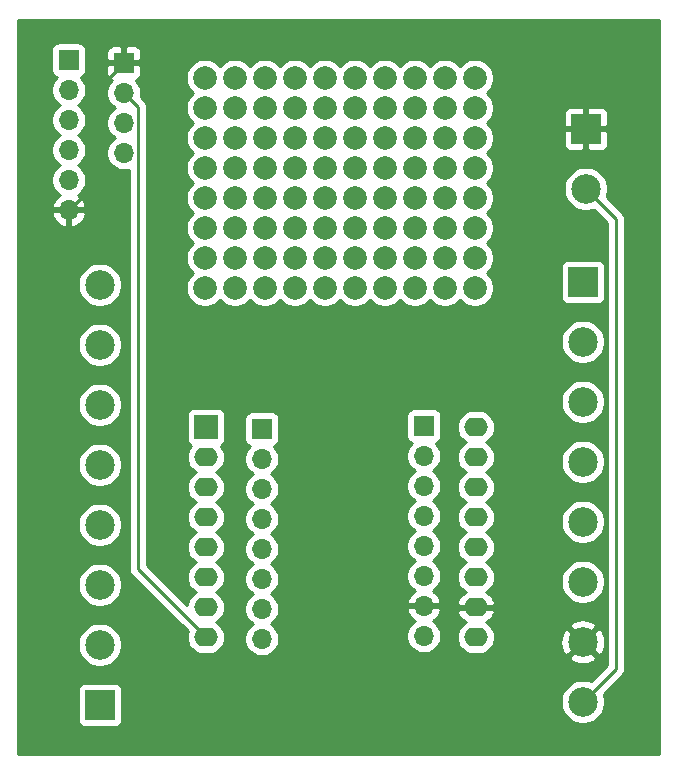
<source format=gbr>
%TF.GenerationSoftware,KiCad,Pcbnew,(5.1.6)-1*%
%TF.CreationDate,2021-02-04T11:12:43-05:00*%
%TF.ProjectId,DMB Wemos D1 Breakout,444d4220-5765-46d6-9f73-204431204272,rev?*%
%TF.SameCoordinates,Original*%
%TF.FileFunction,Copper,L2,Bot*%
%TF.FilePolarity,Positive*%
%FSLAX46Y46*%
G04 Gerber Fmt 4.6, Leading zero omitted, Abs format (unit mm)*
G04 Created by KiCad (PCBNEW (5.1.6)-1) date 2021-02-04 11:12:43*
%MOMM*%
%LPD*%
G01*
G04 APERTURE LIST*
%TA.AperFunction,ComponentPad*%
%ADD10C,2.000000*%
%TD*%
%TA.AperFunction,ComponentPad*%
%ADD11R,2.500000X2.500000*%
%TD*%
%TA.AperFunction,ComponentPad*%
%ADD12C,2.500000*%
%TD*%
%TA.AperFunction,ComponentPad*%
%ADD13R,1.700000X1.700000*%
%TD*%
%TA.AperFunction,ComponentPad*%
%ADD14O,1.700000X1.700000*%
%TD*%
%TA.AperFunction,ComponentPad*%
%ADD15O,2.000000X1.600000*%
%TD*%
%TA.AperFunction,ComponentPad*%
%ADD16R,2.000000X2.000000*%
%TD*%
%TA.AperFunction,Conductor*%
%ADD17C,0.250000*%
%TD*%
%TA.AperFunction,Conductor*%
%ADD18C,0.254000*%
%TD*%
G04 APERTURE END LIST*
D10*
%TO.P,REF\u002A\u002A,*%
%TO.N,*%
X247904000Y-102362000D03*
%TD*%
%TO.P,REF\u002A\u002A,*%
%TO.N,*%
X245364000Y-102362000D03*
%TD*%
%TO.P,REF\u002A\u002A,*%
%TO.N,*%
X242824000Y-102362000D03*
%TD*%
%TO.P,REF\u002A\u002A,*%
%TO.N,*%
X240284000Y-102362000D03*
%TD*%
%TO.P,REF\u002A\u002A,*%
%TO.N,*%
X237744000Y-102362000D03*
%TD*%
%TO.P,REF\u002A\u002A,*%
%TO.N,*%
X235204000Y-102362000D03*
%TD*%
%TO.P,REF\u002A\u002A,*%
%TO.N,*%
X232664000Y-102362000D03*
%TD*%
%TO.P,REF\u002A\u002A,*%
%TO.N,*%
X230124000Y-102362000D03*
%TD*%
%TO.P,REF\u002A\u002A,*%
%TO.N,*%
X227584000Y-102362000D03*
%TD*%
%TO.P,REF\u002A\u002A,*%
%TO.N,*%
X225044000Y-102362000D03*
%TD*%
%TO.P,REF\u002A\u002A,*%
%TO.N,*%
X247904000Y-99822000D03*
%TD*%
%TO.P,REF\u002A\u002A,*%
%TO.N,*%
X245364000Y-99822000D03*
%TD*%
%TO.P,REF\u002A\u002A,*%
%TO.N,*%
X242824000Y-99822000D03*
%TD*%
%TO.P,REF\u002A\u002A,*%
%TO.N,*%
X240284000Y-99822000D03*
%TD*%
%TO.P,REF\u002A\u002A,*%
%TO.N,*%
X237744000Y-99822000D03*
%TD*%
%TO.P,REF\u002A\u002A,*%
%TO.N,*%
X235204000Y-99822000D03*
%TD*%
%TO.P,REF\u002A\u002A,*%
%TO.N,*%
X232664000Y-99822000D03*
%TD*%
%TO.P,REF\u002A\u002A,*%
%TO.N,*%
X230124000Y-99822000D03*
%TD*%
%TO.P,REF\u002A\u002A,*%
%TO.N,*%
X227584000Y-99822000D03*
%TD*%
%TO.P,REF\u002A\u002A,*%
%TO.N,*%
X225044000Y-99822000D03*
%TD*%
%TO.P,REF\u002A\u002A,*%
%TO.N,*%
X247904000Y-97282000D03*
%TD*%
%TO.P,REF\u002A\u002A,*%
%TO.N,*%
X245364000Y-97282000D03*
%TD*%
%TO.P,REF\u002A\u002A,*%
%TO.N,*%
X242824000Y-97282000D03*
%TD*%
%TO.P,REF\u002A\u002A,*%
%TO.N,*%
X240284000Y-97282000D03*
%TD*%
%TO.P,REF\u002A\u002A,*%
%TO.N,*%
X237744000Y-97282000D03*
%TD*%
%TO.P,REF\u002A\u002A,*%
%TO.N,*%
X235204000Y-97282000D03*
%TD*%
%TO.P,REF\u002A\u002A,*%
%TO.N,*%
X232664000Y-97282000D03*
%TD*%
%TO.P,REF\u002A\u002A,*%
%TO.N,*%
X230124000Y-97282000D03*
%TD*%
%TO.P,REF\u002A\u002A,*%
%TO.N,*%
X227584000Y-97282000D03*
%TD*%
%TO.P,REF\u002A\u002A,*%
%TO.N,*%
X225044000Y-97282000D03*
%TD*%
%TO.P,REF\u002A\u002A,*%
%TO.N,*%
X247904000Y-94742000D03*
%TD*%
%TO.P,REF\u002A\u002A,*%
%TO.N,*%
X245364000Y-94742000D03*
%TD*%
%TO.P,REF\u002A\u002A,*%
%TO.N,*%
X242824000Y-94742000D03*
%TD*%
%TO.P,REF\u002A\u002A,*%
%TO.N,*%
X240284000Y-94742000D03*
%TD*%
%TO.P,REF\u002A\u002A,*%
%TO.N,*%
X237744000Y-94742000D03*
%TD*%
%TO.P,REF\u002A\u002A,*%
%TO.N,*%
X235204000Y-94742000D03*
%TD*%
%TO.P,REF\u002A\u002A,*%
%TO.N,*%
X232664000Y-94742000D03*
%TD*%
%TO.P,REF\u002A\u002A,*%
%TO.N,*%
X230124000Y-94742000D03*
%TD*%
%TO.P,REF\u002A\u002A,*%
%TO.N,*%
X227584000Y-94742000D03*
%TD*%
%TO.P,REF\u002A\u002A,*%
%TO.N,*%
X225044000Y-94742000D03*
%TD*%
%TO.P,REF\u002A\u002A,*%
%TO.N,*%
X247904000Y-92202000D03*
%TD*%
%TO.P,REF\u002A\u002A,*%
%TO.N,*%
X245364000Y-92202000D03*
%TD*%
%TO.P,REF\u002A\u002A,*%
%TO.N,*%
X242824000Y-92202000D03*
%TD*%
%TO.P,REF\u002A\u002A,*%
%TO.N,*%
X240284000Y-92202000D03*
%TD*%
%TO.P,REF\u002A\u002A,*%
%TO.N,*%
X237744000Y-92202000D03*
%TD*%
%TO.P,REF\u002A\u002A,*%
%TO.N,*%
X235204000Y-92202000D03*
%TD*%
%TO.P,REF\u002A\u002A,*%
%TO.N,*%
X232664000Y-92202000D03*
%TD*%
%TO.P,REF\u002A\u002A,*%
%TO.N,*%
X230124000Y-92202000D03*
%TD*%
%TO.P,REF\u002A\u002A,*%
%TO.N,*%
X227584000Y-92202000D03*
%TD*%
%TO.P,REF\u002A\u002A,*%
%TO.N,*%
X225044000Y-92202000D03*
%TD*%
%TO.P,REF\u002A\u002A,*%
%TO.N,*%
X247904000Y-89662000D03*
%TD*%
%TO.P,REF\u002A\u002A,*%
%TO.N,*%
X245364000Y-89662000D03*
%TD*%
%TO.P,REF\u002A\u002A,*%
%TO.N,*%
X242824000Y-89662000D03*
%TD*%
%TO.P,REF\u002A\u002A,*%
%TO.N,*%
X240284000Y-89662000D03*
%TD*%
%TO.P,REF\u002A\u002A,*%
%TO.N,*%
X237744000Y-89662000D03*
%TD*%
%TO.P,REF\u002A\u002A,*%
%TO.N,*%
X235204000Y-89662000D03*
%TD*%
%TO.P,REF\u002A\u002A,*%
%TO.N,*%
X232664000Y-89662000D03*
%TD*%
%TO.P,REF\u002A\u002A,*%
%TO.N,*%
X230124000Y-89662000D03*
%TD*%
%TO.P,REF\u002A\u002A,*%
%TO.N,*%
X227584000Y-89662000D03*
%TD*%
%TO.P,REF\u002A\u002A,*%
%TO.N,*%
X225044000Y-89662000D03*
%TD*%
%TO.P,REF\u002A\u002A,*%
%TO.N,*%
X247904000Y-87122000D03*
%TD*%
%TO.P,REF\u002A\u002A,*%
%TO.N,*%
X245364000Y-87122000D03*
%TD*%
%TO.P,REF\u002A\u002A,*%
%TO.N,*%
X242824000Y-87122000D03*
%TD*%
%TO.P,REF\u002A\u002A,*%
%TO.N,*%
X240284000Y-87122000D03*
%TD*%
%TO.P,REF\u002A\u002A,*%
%TO.N,*%
X237744000Y-87122000D03*
%TD*%
%TO.P,REF\u002A\u002A,*%
%TO.N,*%
X235204000Y-87122000D03*
%TD*%
%TO.P,REF\u002A\u002A,*%
%TO.N,*%
X232664000Y-87122000D03*
%TD*%
%TO.P,REF\u002A\u002A,*%
%TO.N,*%
X230124000Y-87122000D03*
%TD*%
%TO.P,REF\u002A\u002A,*%
%TO.N,*%
X227584000Y-87122000D03*
%TD*%
%TO.P,REF\u002A\u002A,*%
%TO.N,*%
X225044000Y-87122000D03*
%TD*%
%TO.P,REF\u002A\u002A,*%
%TO.N,*%
X247904000Y-84582000D03*
%TD*%
%TO.P,REF\u002A\u002A,*%
%TO.N,*%
X245364000Y-84582000D03*
%TD*%
%TO.P,REF\u002A\u002A,*%
%TO.N,*%
X242824000Y-84582000D03*
%TD*%
%TO.P,REF\u002A\u002A,*%
%TO.N,*%
X240284000Y-84582000D03*
%TD*%
%TO.P,REF\u002A\u002A,*%
%TO.N,*%
X237744000Y-84582000D03*
%TD*%
%TO.P,REF\u002A\u002A,*%
%TO.N,*%
X235204000Y-84582000D03*
%TD*%
%TO.P,REF\u002A\u002A,*%
%TO.N,*%
X232664000Y-84582000D03*
%TD*%
%TO.P,REF\u002A\u002A,*%
%TO.N,*%
X230124000Y-84582000D03*
%TD*%
%TO.P,REF\u002A\u002A,*%
%TO.N,*%
X227584000Y-84582000D03*
%TD*%
%TO.P,REF\u002A\u002A,*%
%TO.N,*%
X225044000Y-84582000D03*
%TD*%
D11*
%TO.P,J1,1*%
%TO.N,3v3*%
X216154000Y-137668000D03*
D12*
%TO.P,J1,2*%
%TO.N,CS*%
X216154000Y-132588000D03*
%TO.P,J1,3*%
%TO.N,MOSI*%
X216154000Y-127508000D03*
%TO.P,J1,4*%
%TO.N,MISO*%
X216154000Y-122428000D03*
%TO.P,J1,5*%
%TO.N,SCK*%
X216154000Y-117348000D03*
%TO.P,J1,6*%
%TO.N,D0*%
X216154000Y-112268000D03*
%TO.P,J1,7*%
%TO.N,A0*%
X216154000Y-107188000D03*
%TO.P,J1,8*%
%TO.N,RST*%
X216154000Y-102108000D03*
%TD*%
D13*
%TO.P,J2,1*%
%TO.N,RST*%
X229870000Y-114300000D03*
D14*
%TO.P,J2,2*%
%TO.N,A0*%
X229870000Y-116840000D03*
%TO.P,J2,3*%
%TO.N,D0*%
X229870000Y-119380000D03*
%TO.P,J2,4*%
%TO.N,SCK*%
X229870000Y-121920000D03*
%TO.P,J2,5*%
%TO.N,MISO*%
X229870000Y-124460000D03*
%TO.P,J2,6*%
%TO.N,MOSI*%
X229870000Y-127000000D03*
%TO.P,J2,7*%
%TO.N,CS*%
X229870000Y-129540000D03*
%TO.P,J2,8*%
%TO.N,3v3*%
X229870000Y-132080000D03*
%TD*%
D11*
%TO.P,J3,1*%
%TO.N,GND*%
X257302000Y-88900000D03*
D12*
%TO.P,J3,2*%
%TO.N,5V*%
X257302000Y-93980000D03*
%TD*%
D14*
%TO.P,J7,8*%
%TO.N,5V*%
X243586000Y-131826000D03*
%TO.P,J7,7*%
%TO.N,GND*%
X243586000Y-129286000D03*
%TO.P,J7,6*%
%TO.N,D4*%
X243586000Y-126746000D03*
%TO.P,J7,5*%
%TO.N,D3*%
X243586000Y-124206000D03*
%TO.P,J7,4*%
%TO.N,SDA*%
X243586000Y-121666000D03*
%TO.P,J7,3*%
%TO.N,SCL*%
X243586000Y-119126000D03*
%TO.P,J7,2*%
%TO.N,RX*%
X243586000Y-116586000D03*
D13*
%TO.P,J7,1*%
%TO.N,TX*%
X243586000Y-114046000D03*
%TD*%
D12*
%TO.P,J9,8*%
%TO.N,5V*%
X257048000Y-137414000D03*
%TO.P,J9,7*%
%TO.N,GND*%
X257048000Y-132334000D03*
%TO.P,J9,6*%
%TO.N,D4*%
X257048000Y-127254000D03*
%TO.P,J9,5*%
%TO.N,D3*%
X257048000Y-122174000D03*
%TO.P,J9,4*%
%TO.N,SDA*%
X257048000Y-117094000D03*
%TO.P,J9,3*%
%TO.N,SCL*%
X257048000Y-112014000D03*
%TO.P,J9,2*%
%TO.N,RX*%
X257048000Y-106934000D03*
D11*
%TO.P,J9,1*%
%TO.N,TX*%
X257048000Y-101854000D03*
%TD*%
D15*
%TO.P,U1,2*%
%TO.N,A0*%
X225137001Y-116689001D03*
D16*
%TO.P,U1,1*%
%TO.N,RST*%
X225137001Y-114149001D03*
D15*
%TO.P,U1,3*%
%TO.N,D0*%
X225137001Y-119229001D03*
%TO.P,U1,4*%
%TO.N,SCK*%
X225137001Y-121769001D03*
%TO.P,U1,5*%
%TO.N,MISO*%
X225137001Y-124309001D03*
%TO.P,U1,6*%
%TO.N,MOSI*%
X225137001Y-126849001D03*
%TO.P,U1,7*%
%TO.N,CS*%
X225137001Y-129389001D03*
%TO.P,U1,8*%
%TO.N,3v3*%
X225137001Y-131929001D03*
%TO.P,U1,9*%
%TO.N,5V*%
X247997001Y-131929001D03*
%TO.P,U1,10*%
%TO.N,GND*%
X247997001Y-129389001D03*
%TO.P,U1,11*%
%TO.N,D4*%
X247997001Y-126849001D03*
%TO.P,U1,12*%
%TO.N,D3*%
X247997001Y-124309001D03*
%TO.P,U1,13*%
%TO.N,SDA*%
X247997001Y-121769001D03*
%TO.P,U1,14*%
%TO.N,SCL*%
X247997001Y-119229001D03*
%TO.P,U1,15*%
%TO.N,RX*%
X247997001Y-116689001D03*
%TO.P,U1,16*%
%TO.N,TX*%
X247997001Y-114149001D03*
%TD*%
D13*
%TO.P,I2C,1*%
%TO.N,GND*%
X218186000Y-83312000D03*
D14*
%TO.P,I2C,2*%
%TO.N,3v3*%
X218186000Y-85852000D03*
%TO.P,I2C,3*%
%TO.N,SCL*%
X218186000Y-88392000D03*
%TO.P,I2C,4*%
%TO.N,SDA*%
X218186000Y-90932000D03*
%TD*%
D13*
%TO.P,SPI,1*%
%TO.N,3v3*%
X213519001Y-83067001D03*
D14*
%TO.P,SPI,2*%
%TO.N,CS*%
X213519001Y-85607001D03*
%TO.P,SPI,3*%
%TO.N,MOSI*%
X213519001Y-88147001D03*
%TO.P,SPI,4*%
%TO.N,SCK*%
X213519001Y-90687001D03*
%TO.P,SPI,5*%
%TO.N,MISO*%
X213519001Y-93227001D03*
%TO.P,SPI,6*%
%TO.N,GND*%
X213519001Y-95767001D03*
%TD*%
D17*
%TO.N,3v3*%
X219361001Y-126153001D02*
X225137001Y-131929001D01*
X219361001Y-87027001D02*
X219361001Y-126153001D01*
X218186000Y-85852000D02*
X219361001Y-87027001D01*
%TO.N,GND*%
X218186000Y-83312000D02*
X215900000Y-85598000D01*
X215900000Y-93386002D02*
X213519001Y-95767001D01*
X215900000Y-85598000D02*
X215900000Y-93386002D01*
%TO.N,5V*%
X257048000Y-137414000D02*
X259842000Y-134620000D01*
X259842000Y-96520000D02*
X257302000Y-93980000D01*
X259842000Y-134620000D02*
X259842000Y-96520000D01*
%TD*%
D18*
%TO.N,GND*%
G36*
X263500000Y-141834000D02*
G01*
X209194000Y-141834000D01*
X209194000Y-136418000D01*
X214265928Y-136418000D01*
X214265928Y-138918000D01*
X214278188Y-139042482D01*
X214314498Y-139162180D01*
X214373463Y-139272494D01*
X214452815Y-139369185D01*
X214549506Y-139448537D01*
X214659820Y-139507502D01*
X214779518Y-139543812D01*
X214904000Y-139556072D01*
X217404000Y-139556072D01*
X217528482Y-139543812D01*
X217648180Y-139507502D01*
X217758494Y-139448537D01*
X217855185Y-139369185D01*
X217934537Y-139272494D01*
X217993502Y-139162180D01*
X218029812Y-139042482D01*
X218042072Y-138918000D01*
X218042072Y-137228344D01*
X255163000Y-137228344D01*
X255163000Y-137599656D01*
X255235439Y-137963834D01*
X255377534Y-138306882D01*
X255583825Y-138615618D01*
X255846382Y-138878175D01*
X256155118Y-139084466D01*
X256498166Y-139226561D01*
X256862344Y-139299000D01*
X257233656Y-139299000D01*
X257597834Y-139226561D01*
X257940882Y-139084466D01*
X258249618Y-138878175D01*
X258512175Y-138615618D01*
X258718466Y-138306882D01*
X258860561Y-137963834D01*
X258933000Y-137599656D01*
X258933000Y-137228344D01*
X258860561Y-136864166D01*
X258805519Y-136731283D01*
X260353004Y-135183798D01*
X260382001Y-135160001D01*
X260476974Y-135044276D01*
X260547546Y-134912247D01*
X260591003Y-134768986D01*
X260602000Y-134657333D01*
X260602000Y-134657325D01*
X260605676Y-134620000D01*
X260602000Y-134582675D01*
X260602000Y-96557322D01*
X260605676Y-96519999D01*
X260602000Y-96482676D01*
X260602000Y-96482667D01*
X260591003Y-96371014D01*
X260547546Y-96227753D01*
X260476974Y-96095724D01*
X260463811Y-96079685D01*
X260405799Y-96008996D01*
X260405795Y-96008992D01*
X260382001Y-95979999D01*
X260353008Y-95956205D01*
X259059519Y-94662717D01*
X259114561Y-94529834D01*
X259187000Y-94165656D01*
X259187000Y-93794344D01*
X259114561Y-93430166D01*
X258972466Y-93087118D01*
X258766175Y-92778382D01*
X258503618Y-92515825D01*
X258194882Y-92309534D01*
X257851834Y-92167439D01*
X257487656Y-92095000D01*
X257116344Y-92095000D01*
X256752166Y-92167439D01*
X256409118Y-92309534D01*
X256100382Y-92515825D01*
X255837825Y-92778382D01*
X255631534Y-93087118D01*
X255489439Y-93430166D01*
X255417000Y-93794344D01*
X255417000Y-94165656D01*
X255489439Y-94529834D01*
X255631534Y-94872882D01*
X255837825Y-95181618D01*
X256100382Y-95444175D01*
X256409118Y-95650466D01*
X256752166Y-95792561D01*
X257116344Y-95865000D01*
X257487656Y-95865000D01*
X257851834Y-95792561D01*
X257984717Y-95737519D01*
X259082001Y-96834804D01*
X259082000Y-134305198D01*
X257730717Y-135656481D01*
X257597834Y-135601439D01*
X257233656Y-135529000D01*
X256862344Y-135529000D01*
X256498166Y-135601439D01*
X256155118Y-135743534D01*
X255846382Y-135949825D01*
X255583825Y-136212382D01*
X255377534Y-136521118D01*
X255235439Y-136864166D01*
X255163000Y-137228344D01*
X218042072Y-137228344D01*
X218042072Y-136418000D01*
X218029812Y-136293518D01*
X217993502Y-136173820D01*
X217934537Y-136063506D01*
X217855185Y-135966815D01*
X217758494Y-135887463D01*
X217648180Y-135828498D01*
X217528482Y-135792188D01*
X217404000Y-135779928D01*
X214904000Y-135779928D01*
X214779518Y-135792188D01*
X214659820Y-135828498D01*
X214549506Y-135887463D01*
X214452815Y-135966815D01*
X214373463Y-136063506D01*
X214314498Y-136173820D01*
X214278188Y-136293518D01*
X214265928Y-136418000D01*
X209194000Y-136418000D01*
X209194000Y-132402344D01*
X214269000Y-132402344D01*
X214269000Y-132773656D01*
X214341439Y-133137834D01*
X214483534Y-133480882D01*
X214689825Y-133789618D01*
X214952382Y-134052175D01*
X215261118Y-134258466D01*
X215604166Y-134400561D01*
X215968344Y-134473000D01*
X216339656Y-134473000D01*
X216703834Y-134400561D01*
X217046882Y-134258466D01*
X217355618Y-134052175D01*
X217618175Y-133789618D01*
X217713065Y-133647605D01*
X255914000Y-133647605D01*
X256039914Y-133937577D01*
X256372126Y-134103433D01*
X256730312Y-134201290D01*
X257100706Y-134227389D01*
X257469075Y-134180725D01*
X257821262Y-134063094D01*
X258056086Y-133937577D01*
X258182000Y-133647605D01*
X257048000Y-132513605D01*
X255914000Y-133647605D01*
X217713065Y-133647605D01*
X217824466Y-133480882D01*
X217966561Y-133137834D01*
X218039000Y-132773656D01*
X218039000Y-132402344D01*
X217966561Y-132038166D01*
X217824466Y-131695118D01*
X217618175Y-131386382D01*
X217355618Y-131123825D01*
X217046882Y-130917534D01*
X216703834Y-130775439D01*
X216339656Y-130703000D01*
X215968344Y-130703000D01*
X215604166Y-130775439D01*
X215261118Y-130917534D01*
X214952382Y-131123825D01*
X214689825Y-131386382D01*
X214483534Y-131695118D01*
X214341439Y-132038166D01*
X214269000Y-132402344D01*
X209194000Y-132402344D01*
X209194000Y-127322344D01*
X214269000Y-127322344D01*
X214269000Y-127693656D01*
X214341439Y-128057834D01*
X214483534Y-128400882D01*
X214689825Y-128709618D01*
X214952382Y-128972175D01*
X215261118Y-129178466D01*
X215604166Y-129320561D01*
X215968344Y-129393000D01*
X216339656Y-129393000D01*
X216703834Y-129320561D01*
X217046882Y-129178466D01*
X217355618Y-128972175D01*
X217618175Y-128709618D01*
X217824466Y-128400882D01*
X217966561Y-128057834D01*
X218039000Y-127693656D01*
X218039000Y-127322344D01*
X217966561Y-126958166D01*
X217824466Y-126615118D01*
X217618175Y-126306382D01*
X217355618Y-126043825D01*
X217046882Y-125837534D01*
X216703834Y-125695439D01*
X216339656Y-125623000D01*
X215968344Y-125623000D01*
X215604166Y-125695439D01*
X215261118Y-125837534D01*
X214952382Y-126043825D01*
X214689825Y-126306382D01*
X214483534Y-126615118D01*
X214341439Y-126958166D01*
X214269000Y-127322344D01*
X209194000Y-127322344D01*
X209194000Y-122242344D01*
X214269000Y-122242344D01*
X214269000Y-122613656D01*
X214341439Y-122977834D01*
X214483534Y-123320882D01*
X214689825Y-123629618D01*
X214952382Y-123892175D01*
X215261118Y-124098466D01*
X215604166Y-124240561D01*
X215968344Y-124313000D01*
X216339656Y-124313000D01*
X216703834Y-124240561D01*
X217046882Y-124098466D01*
X217355618Y-123892175D01*
X217618175Y-123629618D01*
X217824466Y-123320882D01*
X217966561Y-122977834D01*
X218039000Y-122613656D01*
X218039000Y-122242344D01*
X217966561Y-121878166D01*
X217824466Y-121535118D01*
X217618175Y-121226382D01*
X217355618Y-120963825D01*
X217046882Y-120757534D01*
X216703834Y-120615439D01*
X216339656Y-120543000D01*
X215968344Y-120543000D01*
X215604166Y-120615439D01*
X215261118Y-120757534D01*
X214952382Y-120963825D01*
X214689825Y-121226382D01*
X214483534Y-121535118D01*
X214341439Y-121878166D01*
X214269000Y-122242344D01*
X209194000Y-122242344D01*
X209194000Y-117162344D01*
X214269000Y-117162344D01*
X214269000Y-117533656D01*
X214341439Y-117897834D01*
X214483534Y-118240882D01*
X214689825Y-118549618D01*
X214952382Y-118812175D01*
X215261118Y-119018466D01*
X215604166Y-119160561D01*
X215968344Y-119233000D01*
X216339656Y-119233000D01*
X216703834Y-119160561D01*
X217046882Y-119018466D01*
X217355618Y-118812175D01*
X217618175Y-118549618D01*
X217824466Y-118240882D01*
X217966561Y-117897834D01*
X218039000Y-117533656D01*
X218039000Y-117162344D01*
X217966561Y-116798166D01*
X217824466Y-116455118D01*
X217618175Y-116146382D01*
X217355618Y-115883825D01*
X217046882Y-115677534D01*
X216703834Y-115535439D01*
X216339656Y-115463000D01*
X215968344Y-115463000D01*
X215604166Y-115535439D01*
X215261118Y-115677534D01*
X214952382Y-115883825D01*
X214689825Y-116146382D01*
X214483534Y-116455118D01*
X214341439Y-116798166D01*
X214269000Y-117162344D01*
X209194000Y-117162344D01*
X209194000Y-112082344D01*
X214269000Y-112082344D01*
X214269000Y-112453656D01*
X214341439Y-112817834D01*
X214483534Y-113160882D01*
X214689825Y-113469618D01*
X214952382Y-113732175D01*
X215261118Y-113938466D01*
X215604166Y-114080561D01*
X215968344Y-114153000D01*
X216339656Y-114153000D01*
X216703834Y-114080561D01*
X217046882Y-113938466D01*
X217355618Y-113732175D01*
X217618175Y-113469618D01*
X217824466Y-113160882D01*
X217966561Y-112817834D01*
X218039000Y-112453656D01*
X218039000Y-112082344D01*
X217966561Y-111718166D01*
X217824466Y-111375118D01*
X217618175Y-111066382D01*
X217355618Y-110803825D01*
X217046882Y-110597534D01*
X216703834Y-110455439D01*
X216339656Y-110383000D01*
X215968344Y-110383000D01*
X215604166Y-110455439D01*
X215261118Y-110597534D01*
X214952382Y-110803825D01*
X214689825Y-111066382D01*
X214483534Y-111375118D01*
X214341439Y-111718166D01*
X214269000Y-112082344D01*
X209194000Y-112082344D01*
X209194000Y-107002344D01*
X214269000Y-107002344D01*
X214269000Y-107373656D01*
X214341439Y-107737834D01*
X214483534Y-108080882D01*
X214689825Y-108389618D01*
X214952382Y-108652175D01*
X215261118Y-108858466D01*
X215604166Y-109000561D01*
X215968344Y-109073000D01*
X216339656Y-109073000D01*
X216703834Y-109000561D01*
X217046882Y-108858466D01*
X217355618Y-108652175D01*
X217618175Y-108389618D01*
X217824466Y-108080882D01*
X217966561Y-107737834D01*
X218039000Y-107373656D01*
X218039000Y-107002344D01*
X217966561Y-106638166D01*
X217824466Y-106295118D01*
X217618175Y-105986382D01*
X217355618Y-105723825D01*
X217046882Y-105517534D01*
X216703834Y-105375439D01*
X216339656Y-105303000D01*
X215968344Y-105303000D01*
X215604166Y-105375439D01*
X215261118Y-105517534D01*
X214952382Y-105723825D01*
X214689825Y-105986382D01*
X214483534Y-106295118D01*
X214341439Y-106638166D01*
X214269000Y-107002344D01*
X209194000Y-107002344D01*
X209194000Y-101922344D01*
X214269000Y-101922344D01*
X214269000Y-102293656D01*
X214341439Y-102657834D01*
X214483534Y-103000882D01*
X214689825Y-103309618D01*
X214952382Y-103572175D01*
X215261118Y-103778466D01*
X215604166Y-103920561D01*
X215968344Y-103993000D01*
X216339656Y-103993000D01*
X216703834Y-103920561D01*
X217046882Y-103778466D01*
X217355618Y-103572175D01*
X217618175Y-103309618D01*
X217824466Y-103000882D01*
X217966561Y-102657834D01*
X218039000Y-102293656D01*
X218039000Y-101922344D01*
X217966561Y-101558166D01*
X217824466Y-101215118D01*
X217618175Y-100906382D01*
X217355618Y-100643825D01*
X217046882Y-100437534D01*
X216703834Y-100295439D01*
X216339656Y-100223000D01*
X215968344Y-100223000D01*
X215604166Y-100295439D01*
X215261118Y-100437534D01*
X214952382Y-100643825D01*
X214689825Y-100906382D01*
X214483534Y-101215118D01*
X214341439Y-101558166D01*
X214269000Y-101922344D01*
X209194000Y-101922344D01*
X209194000Y-96123891D01*
X212077525Y-96123891D01*
X212122176Y-96271100D01*
X212247360Y-96533921D01*
X212421413Y-96767270D01*
X212637646Y-96962179D01*
X212887749Y-97111158D01*
X213162110Y-97208482D01*
X213392001Y-97087815D01*
X213392001Y-95894001D01*
X213646001Y-95894001D01*
X213646001Y-97087815D01*
X213875892Y-97208482D01*
X214150253Y-97111158D01*
X214400356Y-96962179D01*
X214616589Y-96767270D01*
X214790642Y-96533921D01*
X214915826Y-96271100D01*
X214960477Y-96123891D01*
X214839156Y-95894001D01*
X213646001Y-95894001D01*
X213392001Y-95894001D01*
X212198846Y-95894001D01*
X212077525Y-96123891D01*
X209194000Y-96123891D01*
X209194000Y-82217001D01*
X212030929Y-82217001D01*
X212030929Y-83917001D01*
X212043189Y-84041483D01*
X212079499Y-84161181D01*
X212138464Y-84271495D01*
X212217816Y-84368186D01*
X212314507Y-84447538D01*
X212424821Y-84506503D01*
X212497381Y-84528514D01*
X212365526Y-84660369D01*
X212203011Y-84903590D01*
X212091069Y-85173843D01*
X212034001Y-85460741D01*
X212034001Y-85753261D01*
X212091069Y-86040159D01*
X212203011Y-86310412D01*
X212365526Y-86553633D01*
X212572369Y-86760476D01*
X212746761Y-86877001D01*
X212572369Y-86993526D01*
X212365526Y-87200369D01*
X212203011Y-87443590D01*
X212091069Y-87713843D01*
X212034001Y-88000741D01*
X212034001Y-88293261D01*
X212091069Y-88580159D01*
X212203011Y-88850412D01*
X212365526Y-89093633D01*
X212572369Y-89300476D01*
X212746761Y-89417001D01*
X212572369Y-89533526D01*
X212365526Y-89740369D01*
X212203011Y-89983590D01*
X212091069Y-90253843D01*
X212034001Y-90540741D01*
X212034001Y-90833261D01*
X212091069Y-91120159D01*
X212203011Y-91390412D01*
X212365526Y-91633633D01*
X212572369Y-91840476D01*
X212746761Y-91957001D01*
X212572369Y-92073526D01*
X212365526Y-92280369D01*
X212203011Y-92523590D01*
X212091069Y-92793843D01*
X212034001Y-93080741D01*
X212034001Y-93373261D01*
X212091069Y-93660159D01*
X212203011Y-93930412D01*
X212365526Y-94173633D01*
X212572369Y-94380476D01*
X212754535Y-94502196D01*
X212637646Y-94571823D01*
X212421413Y-94766732D01*
X212247360Y-95000081D01*
X212122176Y-95262902D01*
X212077525Y-95410111D01*
X212198846Y-95640001D01*
X213392001Y-95640001D01*
X213392001Y-95620001D01*
X213646001Y-95620001D01*
X213646001Y-95640001D01*
X214839156Y-95640001D01*
X214960477Y-95410111D01*
X214915826Y-95262902D01*
X214790642Y-95000081D01*
X214616589Y-94766732D01*
X214400356Y-94571823D01*
X214283467Y-94502196D01*
X214465633Y-94380476D01*
X214672476Y-94173633D01*
X214834991Y-93930412D01*
X214946933Y-93660159D01*
X215004001Y-93373261D01*
X215004001Y-93080741D01*
X214946933Y-92793843D01*
X214834991Y-92523590D01*
X214672476Y-92280369D01*
X214465633Y-92073526D01*
X214291241Y-91957001D01*
X214465633Y-91840476D01*
X214672476Y-91633633D01*
X214834991Y-91390412D01*
X214946933Y-91120159D01*
X215004001Y-90833261D01*
X215004001Y-90540741D01*
X214946933Y-90253843D01*
X214834991Y-89983590D01*
X214672476Y-89740369D01*
X214465633Y-89533526D01*
X214291241Y-89417001D01*
X214465633Y-89300476D01*
X214672476Y-89093633D01*
X214834991Y-88850412D01*
X214946933Y-88580159D01*
X215004001Y-88293261D01*
X215004001Y-88000741D01*
X214946933Y-87713843D01*
X214834991Y-87443590D01*
X214672476Y-87200369D01*
X214465633Y-86993526D01*
X214291241Y-86877001D01*
X214465633Y-86760476D01*
X214672476Y-86553633D01*
X214834991Y-86310412D01*
X214946933Y-86040159D01*
X215004001Y-85753261D01*
X215004001Y-85460741D01*
X214946933Y-85173843D01*
X214834991Y-84903590D01*
X214672476Y-84660369D01*
X214540621Y-84528514D01*
X214613181Y-84506503D01*
X214723495Y-84447538D01*
X214820186Y-84368186D01*
X214899538Y-84271495D01*
X214958065Y-84162000D01*
X216697928Y-84162000D01*
X216710188Y-84286482D01*
X216746498Y-84406180D01*
X216805463Y-84516494D01*
X216884815Y-84613185D01*
X216981506Y-84692537D01*
X217091820Y-84751502D01*
X217164380Y-84773513D01*
X217032525Y-84905368D01*
X216870010Y-85148589D01*
X216758068Y-85418842D01*
X216701000Y-85705740D01*
X216701000Y-85998260D01*
X216758068Y-86285158D01*
X216870010Y-86555411D01*
X217032525Y-86798632D01*
X217239368Y-87005475D01*
X217413760Y-87122000D01*
X217239368Y-87238525D01*
X217032525Y-87445368D01*
X216870010Y-87688589D01*
X216758068Y-87958842D01*
X216701000Y-88245740D01*
X216701000Y-88538260D01*
X216758068Y-88825158D01*
X216870010Y-89095411D01*
X217032525Y-89338632D01*
X217239368Y-89545475D01*
X217413760Y-89662000D01*
X217239368Y-89778525D01*
X217032525Y-89985368D01*
X216870010Y-90228589D01*
X216758068Y-90498842D01*
X216701000Y-90785740D01*
X216701000Y-91078260D01*
X216758068Y-91365158D01*
X216870010Y-91635411D01*
X217032525Y-91878632D01*
X217239368Y-92085475D01*
X217482589Y-92247990D01*
X217752842Y-92359932D01*
X218039740Y-92417000D01*
X218332260Y-92417000D01*
X218601001Y-92363544D01*
X218601002Y-126115668D01*
X218597325Y-126153001D01*
X218611999Y-126301986D01*
X218655455Y-126445247D01*
X218726027Y-126577277D01*
X218757083Y-126615118D01*
X218821001Y-126693002D01*
X218849999Y-126716800D01*
X223582842Y-131449643D01*
X223522765Y-131647692D01*
X223495058Y-131929001D01*
X223522765Y-132210310D01*
X223604819Y-132480809D01*
X223738069Y-132730102D01*
X223917393Y-132948609D01*
X224135900Y-133127933D01*
X224385193Y-133261183D01*
X224655692Y-133343237D01*
X224866509Y-133364001D01*
X225407493Y-133364001D01*
X225618310Y-133343237D01*
X225888809Y-133261183D01*
X226138102Y-133127933D01*
X226356609Y-132948609D01*
X226535933Y-132730102D01*
X226669183Y-132480809D01*
X226751237Y-132210310D01*
X226778944Y-131929001D01*
X226751237Y-131647692D01*
X226669183Y-131377193D01*
X226535933Y-131127900D01*
X226356609Y-130909393D01*
X226138102Y-130730069D01*
X226005143Y-130659001D01*
X226138102Y-130587933D01*
X226356609Y-130408609D01*
X226535933Y-130190102D01*
X226669183Y-129940809D01*
X226751237Y-129670310D01*
X226778944Y-129389001D01*
X226751237Y-129107692D01*
X226669183Y-128837193D01*
X226535933Y-128587900D01*
X226356609Y-128369393D01*
X226138102Y-128190069D01*
X226005143Y-128119001D01*
X226138102Y-128047933D01*
X226356609Y-127868609D01*
X226535933Y-127650102D01*
X226669183Y-127400809D01*
X226751237Y-127130310D01*
X226778944Y-126849001D01*
X226751237Y-126567692D01*
X226669183Y-126297193D01*
X226535933Y-126047900D01*
X226356609Y-125829393D01*
X226138102Y-125650069D01*
X226005143Y-125579001D01*
X226138102Y-125507933D01*
X226356609Y-125328609D01*
X226535933Y-125110102D01*
X226669183Y-124860809D01*
X226751237Y-124590310D01*
X226778944Y-124309001D01*
X226751237Y-124027692D01*
X226669183Y-123757193D01*
X226535933Y-123507900D01*
X226356609Y-123289393D01*
X226138102Y-123110069D01*
X226005143Y-123039001D01*
X226138102Y-122967933D01*
X226356609Y-122788609D01*
X226535933Y-122570102D01*
X226669183Y-122320809D01*
X226751237Y-122050310D01*
X226778944Y-121769001D01*
X226751237Y-121487692D01*
X226669183Y-121217193D01*
X226535933Y-120967900D01*
X226356609Y-120749393D01*
X226138102Y-120570069D01*
X226005143Y-120499001D01*
X226138102Y-120427933D01*
X226356609Y-120248609D01*
X226535933Y-120030102D01*
X226669183Y-119780809D01*
X226751237Y-119510310D01*
X226778944Y-119229001D01*
X226751237Y-118947692D01*
X226669183Y-118677193D01*
X226535933Y-118427900D01*
X226356609Y-118209393D01*
X226138102Y-118030069D01*
X226005143Y-117959001D01*
X226138102Y-117887933D01*
X226356609Y-117708609D01*
X226535933Y-117490102D01*
X226669183Y-117240809D01*
X226751237Y-116970310D01*
X226778944Y-116689001D01*
X226751237Y-116407692D01*
X226669183Y-116137193D01*
X226535933Y-115887900D01*
X226403525Y-115726560D01*
X226491495Y-115679538D01*
X226588186Y-115600186D01*
X226667538Y-115503495D01*
X226726503Y-115393181D01*
X226762813Y-115273483D01*
X226775073Y-115149001D01*
X226775073Y-113450000D01*
X228381928Y-113450000D01*
X228381928Y-115150000D01*
X228394188Y-115274482D01*
X228430498Y-115394180D01*
X228489463Y-115504494D01*
X228568815Y-115601185D01*
X228665506Y-115680537D01*
X228775820Y-115739502D01*
X228848380Y-115761513D01*
X228716525Y-115893368D01*
X228554010Y-116136589D01*
X228442068Y-116406842D01*
X228385000Y-116693740D01*
X228385000Y-116986260D01*
X228442068Y-117273158D01*
X228554010Y-117543411D01*
X228716525Y-117786632D01*
X228923368Y-117993475D01*
X229097760Y-118110000D01*
X228923368Y-118226525D01*
X228716525Y-118433368D01*
X228554010Y-118676589D01*
X228442068Y-118946842D01*
X228385000Y-119233740D01*
X228385000Y-119526260D01*
X228442068Y-119813158D01*
X228554010Y-120083411D01*
X228716525Y-120326632D01*
X228923368Y-120533475D01*
X229097760Y-120650000D01*
X228923368Y-120766525D01*
X228716525Y-120973368D01*
X228554010Y-121216589D01*
X228442068Y-121486842D01*
X228385000Y-121773740D01*
X228385000Y-122066260D01*
X228442068Y-122353158D01*
X228554010Y-122623411D01*
X228716525Y-122866632D01*
X228923368Y-123073475D01*
X229097760Y-123190000D01*
X228923368Y-123306525D01*
X228716525Y-123513368D01*
X228554010Y-123756589D01*
X228442068Y-124026842D01*
X228385000Y-124313740D01*
X228385000Y-124606260D01*
X228442068Y-124893158D01*
X228554010Y-125163411D01*
X228716525Y-125406632D01*
X228923368Y-125613475D01*
X229097760Y-125730000D01*
X228923368Y-125846525D01*
X228716525Y-126053368D01*
X228554010Y-126296589D01*
X228442068Y-126566842D01*
X228385000Y-126853740D01*
X228385000Y-127146260D01*
X228442068Y-127433158D01*
X228554010Y-127703411D01*
X228716525Y-127946632D01*
X228923368Y-128153475D01*
X229097760Y-128270000D01*
X228923368Y-128386525D01*
X228716525Y-128593368D01*
X228554010Y-128836589D01*
X228442068Y-129106842D01*
X228385000Y-129393740D01*
X228385000Y-129686260D01*
X228442068Y-129973158D01*
X228554010Y-130243411D01*
X228716525Y-130486632D01*
X228923368Y-130693475D01*
X229097760Y-130810000D01*
X228923368Y-130926525D01*
X228716525Y-131133368D01*
X228554010Y-131376589D01*
X228442068Y-131646842D01*
X228385000Y-131933740D01*
X228385000Y-132226260D01*
X228442068Y-132513158D01*
X228554010Y-132783411D01*
X228716525Y-133026632D01*
X228923368Y-133233475D01*
X229166589Y-133395990D01*
X229436842Y-133507932D01*
X229723740Y-133565000D01*
X230016260Y-133565000D01*
X230303158Y-133507932D01*
X230573411Y-133395990D01*
X230816632Y-133233475D01*
X231023475Y-133026632D01*
X231185990Y-132783411D01*
X231297932Y-132513158D01*
X231355000Y-132226260D01*
X231355000Y-131933740D01*
X231304476Y-131679740D01*
X242101000Y-131679740D01*
X242101000Y-131972260D01*
X242158068Y-132259158D01*
X242270010Y-132529411D01*
X242432525Y-132772632D01*
X242639368Y-132979475D01*
X242882589Y-133141990D01*
X243152842Y-133253932D01*
X243439740Y-133311000D01*
X243732260Y-133311000D01*
X244019158Y-133253932D01*
X244289411Y-133141990D01*
X244532632Y-132979475D01*
X244739475Y-132772632D01*
X244901990Y-132529411D01*
X245013932Y-132259158D01*
X245071000Y-131972260D01*
X245071000Y-131929001D01*
X246355058Y-131929001D01*
X246382765Y-132210310D01*
X246464819Y-132480809D01*
X246598069Y-132730102D01*
X246777393Y-132948609D01*
X246995900Y-133127933D01*
X247245193Y-133261183D01*
X247515692Y-133343237D01*
X247726509Y-133364001D01*
X248267493Y-133364001D01*
X248478310Y-133343237D01*
X248748809Y-133261183D01*
X248998102Y-133127933D01*
X249216609Y-132948609D01*
X249395933Y-132730102D01*
X249529183Y-132480809D01*
X249557728Y-132386706D01*
X255154611Y-132386706D01*
X255201275Y-132755075D01*
X255318906Y-133107262D01*
X255444423Y-133342086D01*
X255734395Y-133468000D01*
X256868395Y-132334000D01*
X257227605Y-132334000D01*
X258361605Y-133468000D01*
X258651577Y-133342086D01*
X258817433Y-133009874D01*
X258915290Y-132651688D01*
X258941389Y-132281294D01*
X258894725Y-131912925D01*
X258777094Y-131560738D01*
X258651577Y-131325914D01*
X258361605Y-131200000D01*
X257227605Y-132334000D01*
X256868395Y-132334000D01*
X255734395Y-131200000D01*
X255444423Y-131325914D01*
X255278567Y-131658126D01*
X255180710Y-132016312D01*
X255154611Y-132386706D01*
X249557728Y-132386706D01*
X249611237Y-132210310D01*
X249638944Y-131929001D01*
X249611237Y-131647692D01*
X249529183Y-131377193D01*
X249395933Y-131127900D01*
X249307706Y-131020395D01*
X255914000Y-131020395D01*
X257048000Y-132154395D01*
X258182000Y-131020395D01*
X258056086Y-130730423D01*
X257723874Y-130564567D01*
X257365688Y-130466710D01*
X256995294Y-130440611D01*
X256626925Y-130487275D01*
X256274738Y-130604906D01*
X256039914Y-130730423D01*
X255914000Y-131020395D01*
X249307706Y-131020395D01*
X249216609Y-130909393D01*
X248998102Y-130730069D01*
X248868656Y-130660879D01*
X248886228Y-130653431D01*
X249119663Y-130494674D01*
X249317640Y-130293426D01*
X249472552Y-130057422D01*
X249578445Y-129795731D01*
X249588905Y-129738040D01*
X249466916Y-129516001D01*
X248124001Y-129516001D01*
X248124001Y-129536001D01*
X247870001Y-129536001D01*
X247870001Y-129516001D01*
X246527086Y-129516001D01*
X246405097Y-129738040D01*
X246415557Y-129795731D01*
X246521450Y-130057422D01*
X246676362Y-130293426D01*
X246874339Y-130494674D01*
X247107774Y-130653431D01*
X247125346Y-130660879D01*
X246995900Y-130730069D01*
X246777393Y-130909393D01*
X246598069Y-131127900D01*
X246464819Y-131377193D01*
X246382765Y-131647692D01*
X246355058Y-131929001D01*
X245071000Y-131929001D01*
X245071000Y-131679740D01*
X245013932Y-131392842D01*
X244901990Y-131122589D01*
X244739475Y-130879368D01*
X244532632Y-130672525D01*
X244350466Y-130550805D01*
X244467355Y-130481178D01*
X244683588Y-130286269D01*
X244857641Y-130052920D01*
X244982825Y-129790099D01*
X245027476Y-129642890D01*
X244906155Y-129413000D01*
X243713000Y-129413000D01*
X243713000Y-129433000D01*
X243459000Y-129433000D01*
X243459000Y-129413000D01*
X242265845Y-129413000D01*
X242144524Y-129642890D01*
X242189175Y-129790099D01*
X242314359Y-130052920D01*
X242488412Y-130286269D01*
X242704645Y-130481178D01*
X242821534Y-130550805D01*
X242639368Y-130672525D01*
X242432525Y-130879368D01*
X242270010Y-131122589D01*
X242158068Y-131392842D01*
X242101000Y-131679740D01*
X231304476Y-131679740D01*
X231297932Y-131646842D01*
X231185990Y-131376589D01*
X231023475Y-131133368D01*
X230816632Y-130926525D01*
X230642240Y-130810000D01*
X230816632Y-130693475D01*
X231023475Y-130486632D01*
X231185990Y-130243411D01*
X231297932Y-129973158D01*
X231355000Y-129686260D01*
X231355000Y-129393740D01*
X231297932Y-129106842D01*
X231185990Y-128836589D01*
X231023475Y-128593368D01*
X230816632Y-128386525D01*
X230642240Y-128270000D01*
X230816632Y-128153475D01*
X231023475Y-127946632D01*
X231185990Y-127703411D01*
X231297932Y-127433158D01*
X231355000Y-127146260D01*
X231355000Y-126853740D01*
X231297932Y-126566842D01*
X231185990Y-126296589D01*
X231023475Y-126053368D01*
X230816632Y-125846525D01*
X230642240Y-125730000D01*
X230816632Y-125613475D01*
X231023475Y-125406632D01*
X231185990Y-125163411D01*
X231297932Y-124893158D01*
X231355000Y-124606260D01*
X231355000Y-124313740D01*
X231297932Y-124026842D01*
X231185990Y-123756589D01*
X231023475Y-123513368D01*
X230816632Y-123306525D01*
X230642240Y-123190000D01*
X230816632Y-123073475D01*
X231023475Y-122866632D01*
X231185990Y-122623411D01*
X231297932Y-122353158D01*
X231355000Y-122066260D01*
X231355000Y-121773740D01*
X231297932Y-121486842D01*
X231185990Y-121216589D01*
X231023475Y-120973368D01*
X230816632Y-120766525D01*
X230642240Y-120650000D01*
X230816632Y-120533475D01*
X231023475Y-120326632D01*
X231185990Y-120083411D01*
X231297932Y-119813158D01*
X231355000Y-119526260D01*
X231355000Y-119233740D01*
X231297932Y-118946842D01*
X231185990Y-118676589D01*
X231023475Y-118433368D01*
X230816632Y-118226525D01*
X230642240Y-118110000D01*
X230816632Y-117993475D01*
X231023475Y-117786632D01*
X231185990Y-117543411D01*
X231297932Y-117273158D01*
X231355000Y-116986260D01*
X231355000Y-116693740D01*
X231297932Y-116406842D01*
X231185990Y-116136589D01*
X231023475Y-115893368D01*
X230891620Y-115761513D01*
X230964180Y-115739502D01*
X231074494Y-115680537D01*
X231171185Y-115601185D01*
X231250537Y-115504494D01*
X231309502Y-115394180D01*
X231345812Y-115274482D01*
X231358072Y-115150000D01*
X231358072Y-113450000D01*
X231345812Y-113325518D01*
X231309502Y-113205820D01*
X231304254Y-113196000D01*
X242097928Y-113196000D01*
X242097928Y-114896000D01*
X242110188Y-115020482D01*
X242146498Y-115140180D01*
X242205463Y-115250494D01*
X242284815Y-115347185D01*
X242381506Y-115426537D01*
X242491820Y-115485502D01*
X242564380Y-115507513D01*
X242432525Y-115639368D01*
X242270010Y-115882589D01*
X242158068Y-116152842D01*
X242101000Y-116439740D01*
X242101000Y-116732260D01*
X242158068Y-117019158D01*
X242270010Y-117289411D01*
X242432525Y-117532632D01*
X242639368Y-117739475D01*
X242813760Y-117856000D01*
X242639368Y-117972525D01*
X242432525Y-118179368D01*
X242270010Y-118422589D01*
X242158068Y-118692842D01*
X242101000Y-118979740D01*
X242101000Y-119272260D01*
X242158068Y-119559158D01*
X242270010Y-119829411D01*
X242432525Y-120072632D01*
X242639368Y-120279475D01*
X242813760Y-120396000D01*
X242639368Y-120512525D01*
X242432525Y-120719368D01*
X242270010Y-120962589D01*
X242158068Y-121232842D01*
X242101000Y-121519740D01*
X242101000Y-121812260D01*
X242158068Y-122099158D01*
X242270010Y-122369411D01*
X242432525Y-122612632D01*
X242639368Y-122819475D01*
X242813760Y-122936000D01*
X242639368Y-123052525D01*
X242432525Y-123259368D01*
X242270010Y-123502589D01*
X242158068Y-123772842D01*
X242101000Y-124059740D01*
X242101000Y-124352260D01*
X242158068Y-124639158D01*
X242270010Y-124909411D01*
X242432525Y-125152632D01*
X242639368Y-125359475D01*
X242813760Y-125476000D01*
X242639368Y-125592525D01*
X242432525Y-125799368D01*
X242270010Y-126042589D01*
X242158068Y-126312842D01*
X242101000Y-126599740D01*
X242101000Y-126892260D01*
X242158068Y-127179158D01*
X242270010Y-127449411D01*
X242432525Y-127692632D01*
X242639368Y-127899475D01*
X242821534Y-128021195D01*
X242704645Y-128090822D01*
X242488412Y-128285731D01*
X242314359Y-128519080D01*
X242189175Y-128781901D01*
X242144524Y-128929110D01*
X242265845Y-129159000D01*
X243459000Y-129159000D01*
X243459000Y-129139000D01*
X243713000Y-129139000D01*
X243713000Y-129159000D01*
X244906155Y-129159000D01*
X245027476Y-128929110D01*
X244982825Y-128781901D01*
X244857641Y-128519080D01*
X244683588Y-128285731D01*
X244467355Y-128090822D01*
X244350466Y-128021195D01*
X244532632Y-127899475D01*
X244739475Y-127692632D01*
X244901990Y-127449411D01*
X245013932Y-127179158D01*
X245071000Y-126892260D01*
X245071000Y-126599740D01*
X245013932Y-126312842D01*
X244901990Y-126042589D01*
X244739475Y-125799368D01*
X244532632Y-125592525D01*
X244358240Y-125476000D01*
X244532632Y-125359475D01*
X244739475Y-125152632D01*
X244901990Y-124909411D01*
X245013932Y-124639158D01*
X245071000Y-124352260D01*
X245071000Y-124059740D01*
X245013932Y-123772842D01*
X244901990Y-123502589D01*
X244739475Y-123259368D01*
X244532632Y-123052525D01*
X244358240Y-122936000D01*
X244532632Y-122819475D01*
X244739475Y-122612632D01*
X244901990Y-122369411D01*
X245013932Y-122099158D01*
X245071000Y-121812260D01*
X245071000Y-121519740D01*
X245013932Y-121232842D01*
X244901990Y-120962589D01*
X244739475Y-120719368D01*
X244532632Y-120512525D01*
X244358240Y-120396000D01*
X244532632Y-120279475D01*
X244739475Y-120072632D01*
X244901990Y-119829411D01*
X245013932Y-119559158D01*
X245071000Y-119272260D01*
X245071000Y-118979740D01*
X245013932Y-118692842D01*
X244901990Y-118422589D01*
X244739475Y-118179368D01*
X244532632Y-117972525D01*
X244358240Y-117856000D01*
X244532632Y-117739475D01*
X244739475Y-117532632D01*
X244901990Y-117289411D01*
X245013932Y-117019158D01*
X245071000Y-116732260D01*
X245071000Y-116439740D01*
X245013932Y-116152842D01*
X244901990Y-115882589D01*
X244739475Y-115639368D01*
X244607620Y-115507513D01*
X244680180Y-115485502D01*
X244790494Y-115426537D01*
X244887185Y-115347185D01*
X244966537Y-115250494D01*
X245025502Y-115140180D01*
X245061812Y-115020482D01*
X245074072Y-114896000D01*
X245074072Y-114149001D01*
X246355058Y-114149001D01*
X246382765Y-114430310D01*
X246464819Y-114700809D01*
X246598069Y-114950102D01*
X246777393Y-115168609D01*
X246995900Y-115347933D01*
X247128859Y-115419001D01*
X246995900Y-115490069D01*
X246777393Y-115669393D01*
X246598069Y-115887900D01*
X246464819Y-116137193D01*
X246382765Y-116407692D01*
X246355058Y-116689001D01*
X246382765Y-116970310D01*
X246464819Y-117240809D01*
X246598069Y-117490102D01*
X246777393Y-117708609D01*
X246995900Y-117887933D01*
X247128859Y-117959001D01*
X246995900Y-118030069D01*
X246777393Y-118209393D01*
X246598069Y-118427900D01*
X246464819Y-118677193D01*
X246382765Y-118947692D01*
X246355058Y-119229001D01*
X246382765Y-119510310D01*
X246464819Y-119780809D01*
X246598069Y-120030102D01*
X246777393Y-120248609D01*
X246995900Y-120427933D01*
X247128859Y-120499001D01*
X246995900Y-120570069D01*
X246777393Y-120749393D01*
X246598069Y-120967900D01*
X246464819Y-121217193D01*
X246382765Y-121487692D01*
X246355058Y-121769001D01*
X246382765Y-122050310D01*
X246464819Y-122320809D01*
X246598069Y-122570102D01*
X246777393Y-122788609D01*
X246995900Y-122967933D01*
X247128859Y-123039001D01*
X246995900Y-123110069D01*
X246777393Y-123289393D01*
X246598069Y-123507900D01*
X246464819Y-123757193D01*
X246382765Y-124027692D01*
X246355058Y-124309001D01*
X246382765Y-124590310D01*
X246464819Y-124860809D01*
X246598069Y-125110102D01*
X246777393Y-125328609D01*
X246995900Y-125507933D01*
X247128859Y-125579001D01*
X246995900Y-125650069D01*
X246777393Y-125829393D01*
X246598069Y-126047900D01*
X246464819Y-126297193D01*
X246382765Y-126567692D01*
X246355058Y-126849001D01*
X246382765Y-127130310D01*
X246464819Y-127400809D01*
X246598069Y-127650102D01*
X246777393Y-127868609D01*
X246995900Y-128047933D01*
X247125346Y-128117123D01*
X247107774Y-128124571D01*
X246874339Y-128283328D01*
X246676362Y-128484576D01*
X246521450Y-128720580D01*
X246415557Y-128982271D01*
X246405097Y-129039962D01*
X246527086Y-129262001D01*
X247870001Y-129262001D01*
X247870001Y-129242001D01*
X248124001Y-129242001D01*
X248124001Y-129262001D01*
X249466916Y-129262001D01*
X249588905Y-129039962D01*
X249578445Y-128982271D01*
X249472552Y-128720580D01*
X249317640Y-128484576D01*
X249119663Y-128283328D01*
X248886228Y-128124571D01*
X248868656Y-128117123D01*
X248998102Y-128047933D01*
X249216609Y-127868609D01*
X249395933Y-127650102D01*
X249529183Y-127400809D01*
X249611237Y-127130310D01*
X249617340Y-127068344D01*
X255163000Y-127068344D01*
X255163000Y-127439656D01*
X255235439Y-127803834D01*
X255377534Y-128146882D01*
X255583825Y-128455618D01*
X255846382Y-128718175D01*
X256155118Y-128924466D01*
X256498166Y-129066561D01*
X256862344Y-129139000D01*
X257233656Y-129139000D01*
X257597834Y-129066561D01*
X257940882Y-128924466D01*
X258249618Y-128718175D01*
X258512175Y-128455618D01*
X258718466Y-128146882D01*
X258860561Y-127803834D01*
X258933000Y-127439656D01*
X258933000Y-127068344D01*
X258860561Y-126704166D01*
X258718466Y-126361118D01*
X258512175Y-126052382D01*
X258249618Y-125789825D01*
X257940882Y-125583534D01*
X257597834Y-125441439D01*
X257233656Y-125369000D01*
X256862344Y-125369000D01*
X256498166Y-125441439D01*
X256155118Y-125583534D01*
X255846382Y-125789825D01*
X255583825Y-126052382D01*
X255377534Y-126361118D01*
X255235439Y-126704166D01*
X255163000Y-127068344D01*
X249617340Y-127068344D01*
X249638944Y-126849001D01*
X249611237Y-126567692D01*
X249529183Y-126297193D01*
X249395933Y-126047900D01*
X249216609Y-125829393D01*
X248998102Y-125650069D01*
X248865143Y-125579001D01*
X248998102Y-125507933D01*
X249216609Y-125328609D01*
X249395933Y-125110102D01*
X249529183Y-124860809D01*
X249611237Y-124590310D01*
X249638944Y-124309001D01*
X249611237Y-124027692D01*
X249529183Y-123757193D01*
X249395933Y-123507900D01*
X249216609Y-123289393D01*
X248998102Y-123110069D01*
X248865143Y-123039001D01*
X248998102Y-122967933D01*
X249216609Y-122788609D01*
X249395933Y-122570102D01*
X249529183Y-122320809D01*
X249611237Y-122050310D01*
X249617340Y-121988344D01*
X255163000Y-121988344D01*
X255163000Y-122359656D01*
X255235439Y-122723834D01*
X255377534Y-123066882D01*
X255583825Y-123375618D01*
X255846382Y-123638175D01*
X256155118Y-123844466D01*
X256498166Y-123986561D01*
X256862344Y-124059000D01*
X257233656Y-124059000D01*
X257597834Y-123986561D01*
X257940882Y-123844466D01*
X258249618Y-123638175D01*
X258512175Y-123375618D01*
X258718466Y-123066882D01*
X258860561Y-122723834D01*
X258933000Y-122359656D01*
X258933000Y-121988344D01*
X258860561Y-121624166D01*
X258718466Y-121281118D01*
X258512175Y-120972382D01*
X258249618Y-120709825D01*
X257940882Y-120503534D01*
X257597834Y-120361439D01*
X257233656Y-120289000D01*
X256862344Y-120289000D01*
X256498166Y-120361439D01*
X256155118Y-120503534D01*
X255846382Y-120709825D01*
X255583825Y-120972382D01*
X255377534Y-121281118D01*
X255235439Y-121624166D01*
X255163000Y-121988344D01*
X249617340Y-121988344D01*
X249638944Y-121769001D01*
X249611237Y-121487692D01*
X249529183Y-121217193D01*
X249395933Y-120967900D01*
X249216609Y-120749393D01*
X248998102Y-120570069D01*
X248865143Y-120499001D01*
X248998102Y-120427933D01*
X249216609Y-120248609D01*
X249395933Y-120030102D01*
X249529183Y-119780809D01*
X249611237Y-119510310D01*
X249638944Y-119229001D01*
X249611237Y-118947692D01*
X249529183Y-118677193D01*
X249395933Y-118427900D01*
X249216609Y-118209393D01*
X248998102Y-118030069D01*
X248865143Y-117959001D01*
X248998102Y-117887933D01*
X249216609Y-117708609D01*
X249395933Y-117490102D01*
X249529183Y-117240809D01*
X249611237Y-116970310D01*
X249617340Y-116908344D01*
X255163000Y-116908344D01*
X255163000Y-117279656D01*
X255235439Y-117643834D01*
X255377534Y-117986882D01*
X255583825Y-118295618D01*
X255846382Y-118558175D01*
X256155118Y-118764466D01*
X256498166Y-118906561D01*
X256862344Y-118979000D01*
X257233656Y-118979000D01*
X257597834Y-118906561D01*
X257940882Y-118764466D01*
X258249618Y-118558175D01*
X258512175Y-118295618D01*
X258718466Y-117986882D01*
X258860561Y-117643834D01*
X258933000Y-117279656D01*
X258933000Y-116908344D01*
X258860561Y-116544166D01*
X258718466Y-116201118D01*
X258512175Y-115892382D01*
X258249618Y-115629825D01*
X257940882Y-115423534D01*
X257597834Y-115281439D01*
X257233656Y-115209000D01*
X256862344Y-115209000D01*
X256498166Y-115281439D01*
X256155118Y-115423534D01*
X255846382Y-115629825D01*
X255583825Y-115892382D01*
X255377534Y-116201118D01*
X255235439Y-116544166D01*
X255163000Y-116908344D01*
X249617340Y-116908344D01*
X249638944Y-116689001D01*
X249611237Y-116407692D01*
X249529183Y-116137193D01*
X249395933Y-115887900D01*
X249216609Y-115669393D01*
X248998102Y-115490069D01*
X248865143Y-115419001D01*
X248998102Y-115347933D01*
X249216609Y-115168609D01*
X249395933Y-114950102D01*
X249529183Y-114700809D01*
X249611237Y-114430310D01*
X249638944Y-114149001D01*
X249611237Y-113867692D01*
X249529183Y-113597193D01*
X249395933Y-113347900D01*
X249216609Y-113129393D01*
X248998102Y-112950069D01*
X248748809Y-112816819D01*
X248478310Y-112734765D01*
X248267493Y-112714001D01*
X247726509Y-112714001D01*
X247515692Y-112734765D01*
X247245193Y-112816819D01*
X246995900Y-112950069D01*
X246777393Y-113129393D01*
X246598069Y-113347900D01*
X246464819Y-113597193D01*
X246382765Y-113867692D01*
X246355058Y-114149001D01*
X245074072Y-114149001D01*
X245074072Y-113196000D01*
X245061812Y-113071518D01*
X245025502Y-112951820D01*
X244966537Y-112841506D01*
X244887185Y-112744815D01*
X244790494Y-112665463D01*
X244680180Y-112606498D01*
X244560482Y-112570188D01*
X244436000Y-112557928D01*
X242736000Y-112557928D01*
X242611518Y-112570188D01*
X242491820Y-112606498D01*
X242381506Y-112665463D01*
X242284815Y-112744815D01*
X242205463Y-112841506D01*
X242146498Y-112951820D01*
X242110188Y-113071518D01*
X242097928Y-113196000D01*
X231304254Y-113196000D01*
X231250537Y-113095506D01*
X231171185Y-112998815D01*
X231074494Y-112919463D01*
X230964180Y-112860498D01*
X230844482Y-112824188D01*
X230720000Y-112811928D01*
X229020000Y-112811928D01*
X228895518Y-112824188D01*
X228775820Y-112860498D01*
X228665506Y-112919463D01*
X228568815Y-112998815D01*
X228489463Y-113095506D01*
X228430498Y-113205820D01*
X228394188Y-113325518D01*
X228381928Y-113450000D01*
X226775073Y-113450000D01*
X226775073Y-113149001D01*
X226762813Y-113024519D01*
X226726503Y-112904821D01*
X226667538Y-112794507D01*
X226588186Y-112697816D01*
X226491495Y-112618464D01*
X226381181Y-112559499D01*
X226261483Y-112523189D01*
X226137001Y-112510929D01*
X224137001Y-112510929D01*
X224012519Y-112523189D01*
X223892821Y-112559499D01*
X223782507Y-112618464D01*
X223685816Y-112697816D01*
X223606464Y-112794507D01*
X223547499Y-112904821D01*
X223511189Y-113024519D01*
X223498929Y-113149001D01*
X223498929Y-115149001D01*
X223511189Y-115273483D01*
X223547499Y-115393181D01*
X223606464Y-115503495D01*
X223685816Y-115600186D01*
X223782507Y-115679538D01*
X223870477Y-115726560D01*
X223738069Y-115887900D01*
X223604819Y-116137193D01*
X223522765Y-116407692D01*
X223495058Y-116689001D01*
X223522765Y-116970310D01*
X223604819Y-117240809D01*
X223738069Y-117490102D01*
X223917393Y-117708609D01*
X224135900Y-117887933D01*
X224268859Y-117959001D01*
X224135900Y-118030069D01*
X223917393Y-118209393D01*
X223738069Y-118427900D01*
X223604819Y-118677193D01*
X223522765Y-118947692D01*
X223495058Y-119229001D01*
X223522765Y-119510310D01*
X223604819Y-119780809D01*
X223738069Y-120030102D01*
X223917393Y-120248609D01*
X224135900Y-120427933D01*
X224268859Y-120499001D01*
X224135900Y-120570069D01*
X223917393Y-120749393D01*
X223738069Y-120967900D01*
X223604819Y-121217193D01*
X223522765Y-121487692D01*
X223495058Y-121769001D01*
X223522765Y-122050310D01*
X223604819Y-122320809D01*
X223738069Y-122570102D01*
X223917393Y-122788609D01*
X224135900Y-122967933D01*
X224268859Y-123039001D01*
X224135900Y-123110069D01*
X223917393Y-123289393D01*
X223738069Y-123507900D01*
X223604819Y-123757193D01*
X223522765Y-124027692D01*
X223495058Y-124309001D01*
X223522765Y-124590310D01*
X223604819Y-124860809D01*
X223738069Y-125110102D01*
X223917393Y-125328609D01*
X224135900Y-125507933D01*
X224268859Y-125579001D01*
X224135900Y-125650069D01*
X223917393Y-125829393D01*
X223738069Y-126047900D01*
X223604819Y-126297193D01*
X223522765Y-126567692D01*
X223495058Y-126849001D01*
X223522765Y-127130310D01*
X223604819Y-127400809D01*
X223738069Y-127650102D01*
X223917393Y-127868609D01*
X224135900Y-128047933D01*
X224268859Y-128119001D01*
X224135900Y-128190069D01*
X223917393Y-128369393D01*
X223738069Y-128587900D01*
X223604819Y-128837193D01*
X223522765Y-129107692D01*
X223510905Y-129228104D01*
X220121001Y-125838200D01*
X220121001Y-111828344D01*
X255163000Y-111828344D01*
X255163000Y-112199656D01*
X255235439Y-112563834D01*
X255377534Y-112906882D01*
X255583825Y-113215618D01*
X255846382Y-113478175D01*
X256155118Y-113684466D01*
X256498166Y-113826561D01*
X256862344Y-113899000D01*
X257233656Y-113899000D01*
X257597834Y-113826561D01*
X257940882Y-113684466D01*
X258249618Y-113478175D01*
X258512175Y-113215618D01*
X258718466Y-112906882D01*
X258860561Y-112563834D01*
X258933000Y-112199656D01*
X258933000Y-111828344D01*
X258860561Y-111464166D01*
X258718466Y-111121118D01*
X258512175Y-110812382D01*
X258249618Y-110549825D01*
X257940882Y-110343534D01*
X257597834Y-110201439D01*
X257233656Y-110129000D01*
X256862344Y-110129000D01*
X256498166Y-110201439D01*
X256155118Y-110343534D01*
X255846382Y-110549825D01*
X255583825Y-110812382D01*
X255377534Y-111121118D01*
X255235439Y-111464166D01*
X255163000Y-111828344D01*
X220121001Y-111828344D01*
X220121001Y-106748344D01*
X255163000Y-106748344D01*
X255163000Y-107119656D01*
X255235439Y-107483834D01*
X255377534Y-107826882D01*
X255583825Y-108135618D01*
X255846382Y-108398175D01*
X256155118Y-108604466D01*
X256498166Y-108746561D01*
X256862344Y-108819000D01*
X257233656Y-108819000D01*
X257597834Y-108746561D01*
X257940882Y-108604466D01*
X258249618Y-108398175D01*
X258512175Y-108135618D01*
X258718466Y-107826882D01*
X258860561Y-107483834D01*
X258933000Y-107119656D01*
X258933000Y-106748344D01*
X258860561Y-106384166D01*
X258718466Y-106041118D01*
X258512175Y-105732382D01*
X258249618Y-105469825D01*
X257940882Y-105263534D01*
X257597834Y-105121439D01*
X257233656Y-105049000D01*
X256862344Y-105049000D01*
X256498166Y-105121439D01*
X256155118Y-105263534D01*
X255846382Y-105469825D01*
X255583825Y-105732382D01*
X255377534Y-106041118D01*
X255235439Y-106384166D01*
X255163000Y-106748344D01*
X220121001Y-106748344D01*
X220121001Y-87064323D01*
X220124677Y-87027000D01*
X220121001Y-86989677D01*
X220121001Y-86989668D01*
X220110004Y-86878015D01*
X220066547Y-86734754D01*
X219995975Y-86602725D01*
X219901002Y-86487000D01*
X219872005Y-86463203D01*
X219627210Y-86218408D01*
X219671000Y-85998260D01*
X219671000Y-85705740D01*
X219613932Y-85418842D01*
X219501990Y-85148589D01*
X219339475Y-84905368D01*
X219207620Y-84773513D01*
X219280180Y-84751502D01*
X219390494Y-84692537D01*
X219487185Y-84613185D01*
X219566537Y-84516494D01*
X219617598Y-84420967D01*
X223409000Y-84420967D01*
X223409000Y-84743033D01*
X223471832Y-85058912D01*
X223595082Y-85356463D01*
X223774013Y-85624252D01*
X224001748Y-85851987D01*
X224001767Y-85852000D01*
X224001748Y-85852013D01*
X223774013Y-86079748D01*
X223595082Y-86347537D01*
X223471832Y-86645088D01*
X223409000Y-86960967D01*
X223409000Y-87283033D01*
X223471832Y-87598912D01*
X223595082Y-87896463D01*
X223774013Y-88164252D01*
X224001748Y-88391987D01*
X224001767Y-88392000D01*
X224001748Y-88392013D01*
X223774013Y-88619748D01*
X223595082Y-88887537D01*
X223471832Y-89185088D01*
X223409000Y-89500967D01*
X223409000Y-89823033D01*
X223471832Y-90138912D01*
X223595082Y-90436463D01*
X223774013Y-90704252D01*
X224001748Y-90931987D01*
X224001767Y-90932000D01*
X224001748Y-90932013D01*
X223774013Y-91159748D01*
X223595082Y-91427537D01*
X223471832Y-91725088D01*
X223409000Y-92040967D01*
X223409000Y-92363033D01*
X223471832Y-92678912D01*
X223595082Y-92976463D01*
X223774013Y-93244252D01*
X224001748Y-93471987D01*
X224001767Y-93472000D01*
X224001748Y-93472013D01*
X223774013Y-93699748D01*
X223595082Y-93967537D01*
X223471832Y-94265088D01*
X223409000Y-94580967D01*
X223409000Y-94903033D01*
X223471832Y-95218912D01*
X223595082Y-95516463D01*
X223774013Y-95784252D01*
X224001748Y-96011987D01*
X224001767Y-96012000D01*
X224001748Y-96012013D01*
X223774013Y-96239748D01*
X223595082Y-96507537D01*
X223471832Y-96805088D01*
X223409000Y-97120967D01*
X223409000Y-97443033D01*
X223471832Y-97758912D01*
X223595082Y-98056463D01*
X223774013Y-98324252D01*
X224001748Y-98551987D01*
X224001767Y-98552000D01*
X224001748Y-98552013D01*
X223774013Y-98779748D01*
X223595082Y-99047537D01*
X223471832Y-99345088D01*
X223409000Y-99660967D01*
X223409000Y-99983033D01*
X223471832Y-100298912D01*
X223595082Y-100596463D01*
X223774013Y-100864252D01*
X224001748Y-101091987D01*
X224001767Y-101092000D01*
X224001748Y-101092013D01*
X223774013Y-101319748D01*
X223595082Y-101587537D01*
X223471832Y-101885088D01*
X223409000Y-102200967D01*
X223409000Y-102523033D01*
X223471832Y-102838912D01*
X223595082Y-103136463D01*
X223774013Y-103404252D01*
X224001748Y-103631987D01*
X224269537Y-103810918D01*
X224567088Y-103934168D01*
X224882967Y-103997000D01*
X225205033Y-103997000D01*
X225520912Y-103934168D01*
X225818463Y-103810918D01*
X226086252Y-103631987D01*
X226313987Y-103404252D01*
X226314000Y-103404233D01*
X226314013Y-103404252D01*
X226541748Y-103631987D01*
X226809537Y-103810918D01*
X227107088Y-103934168D01*
X227422967Y-103997000D01*
X227745033Y-103997000D01*
X228060912Y-103934168D01*
X228358463Y-103810918D01*
X228626252Y-103631987D01*
X228853987Y-103404252D01*
X228854000Y-103404233D01*
X228854013Y-103404252D01*
X229081748Y-103631987D01*
X229349537Y-103810918D01*
X229647088Y-103934168D01*
X229962967Y-103997000D01*
X230285033Y-103997000D01*
X230600912Y-103934168D01*
X230898463Y-103810918D01*
X231166252Y-103631987D01*
X231393987Y-103404252D01*
X231394000Y-103404233D01*
X231394013Y-103404252D01*
X231621748Y-103631987D01*
X231889537Y-103810918D01*
X232187088Y-103934168D01*
X232502967Y-103997000D01*
X232825033Y-103997000D01*
X233140912Y-103934168D01*
X233438463Y-103810918D01*
X233706252Y-103631987D01*
X233933987Y-103404252D01*
X233934000Y-103404233D01*
X233934013Y-103404252D01*
X234161748Y-103631987D01*
X234429537Y-103810918D01*
X234727088Y-103934168D01*
X235042967Y-103997000D01*
X235365033Y-103997000D01*
X235680912Y-103934168D01*
X235978463Y-103810918D01*
X236246252Y-103631987D01*
X236473987Y-103404252D01*
X236474000Y-103404233D01*
X236474013Y-103404252D01*
X236701748Y-103631987D01*
X236969537Y-103810918D01*
X237267088Y-103934168D01*
X237582967Y-103997000D01*
X237905033Y-103997000D01*
X238220912Y-103934168D01*
X238518463Y-103810918D01*
X238786252Y-103631987D01*
X239013987Y-103404252D01*
X239014000Y-103404233D01*
X239014013Y-103404252D01*
X239241748Y-103631987D01*
X239509537Y-103810918D01*
X239807088Y-103934168D01*
X240122967Y-103997000D01*
X240445033Y-103997000D01*
X240760912Y-103934168D01*
X241058463Y-103810918D01*
X241326252Y-103631987D01*
X241553987Y-103404252D01*
X241554000Y-103404233D01*
X241554013Y-103404252D01*
X241781748Y-103631987D01*
X242049537Y-103810918D01*
X242347088Y-103934168D01*
X242662967Y-103997000D01*
X242985033Y-103997000D01*
X243300912Y-103934168D01*
X243598463Y-103810918D01*
X243866252Y-103631987D01*
X244093987Y-103404252D01*
X244094000Y-103404233D01*
X244094013Y-103404252D01*
X244321748Y-103631987D01*
X244589537Y-103810918D01*
X244887088Y-103934168D01*
X245202967Y-103997000D01*
X245525033Y-103997000D01*
X245840912Y-103934168D01*
X246138463Y-103810918D01*
X246406252Y-103631987D01*
X246633987Y-103404252D01*
X246634000Y-103404233D01*
X246634013Y-103404252D01*
X246861748Y-103631987D01*
X247129537Y-103810918D01*
X247427088Y-103934168D01*
X247742967Y-103997000D01*
X248065033Y-103997000D01*
X248380912Y-103934168D01*
X248678463Y-103810918D01*
X248946252Y-103631987D01*
X249173987Y-103404252D01*
X249352918Y-103136463D01*
X249476168Y-102838912D01*
X249539000Y-102523033D01*
X249539000Y-102200967D01*
X249476168Y-101885088D01*
X249352918Y-101587537D01*
X249173987Y-101319748D01*
X248946252Y-101092013D01*
X248946233Y-101092000D01*
X248946252Y-101091987D01*
X249173987Y-100864252D01*
X249347881Y-100604000D01*
X255159928Y-100604000D01*
X255159928Y-103104000D01*
X255172188Y-103228482D01*
X255208498Y-103348180D01*
X255267463Y-103458494D01*
X255346815Y-103555185D01*
X255443506Y-103634537D01*
X255553820Y-103693502D01*
X255673518Y-103729812D01*
X255798000Y-103742072D01*
X258298000Y-103742072D01*
X258422482Y-103729812D01*
X258542180Y-103693502D01*
X258652494Y-103634537D01*
X258749185Y-103555185D01*
X258828537Y-103458494D01*
X258887502Y-103348180D01*
X258923812Y-103228482D01*
X258936072Y-103104000D01*
X258936072Y-100604000D01*
X258923812Y-100479518D01*
X258887502Y-100359820D01*
X258828537Y-100249506D01*
X258749185Y-100152815D01*
X258652494Y-100073463D01*
X258542180Y-100014498D01*
X258422482Y-99978188D01*
X258298000Y-99965928D01*
X255798000Y-99965928D01*
X255673518Y-99978188D01*
X255553820Y-100014498D01*
X255443506Y-100073463D01*
X255346815Y-100152815D01*
X255267463Y-100249506D01*
X255208498Y-100359820D01*
X255172188Y-100479518D01*
X255159928Y-100604000D01*
X249347881Y-100604000D01*
X249352918Y-100596463D01*
X249476168Y-100298912D01*
X249539000Y-99983033D01*
X249539000Y-99660967D01*
X249476168Y-99345088D01*
X249352918Y-99047537D01*
X249173987Y-98779748D01*
X248946252Y-98552013D01*
X248946233Y-98552000D01*
X248946252Y-98551987D01*
X249173987Y-98324252D01*
X249352918Y-98056463D01*
X249476168Y-97758912D01*
X249539000Y-97443033D01*
X249539000Y-97120967D01*
X249476168Y-96805088D01*
X249352918Y-96507537D01*
X249173987Y-96239748D01*
X248946252Y-96012013D01*
X248946233Y-96012000D01*
X248946252Y-96011987D01*
X249173987Y-95784252D01*
X249352918Y-95516463D01*
X249476168Y-95218912D01*
X249539000Y-94903033D01*
X249539000Y-94580967D01*
X249476168Y-94265088D01*
X249352918Y-93967537D01*
X249173987Y-93699748D01*
X248946252Y-93472013D01*
X248946233Y-93472000D01*
X248946252Y-93471987D01*
X249173987Y-93244252D01*
X249352918Y-92976463D01*
X249476168Y-92678912D01*
X249539000Y-92363033D01*
X249539000Y-92040967D01*
X249476168Y-91725088D01*
X249352918Y-91427537D01*
X249173987Y-91159748D01*
X248946252Y-90932013D01*
X248946233Y-90932000D01*
X248946252Y-90931987D01*
X249173987Y-90704252D01*
X249352918Y-90436463D01*
X249471575Y-90150000D01*
X255413928Y-90150000D01*
X255426188Y-90274482D01*
X255462498Y-90394180D01*
X255521463Y-90504494D01*
X255600815Y-90601185D01*
X255697506Y-90680537D01*
X255807820Y-90739502D01*
X255927518Y-90775812D01*
X256052000Y-90788072D01*
X257016250Y-90785000D01*
X257175000Y-90626250D01*
X257175000Y-89027000D01*
X257429000Y-89027000D01*
X257429000Y-90626250D01*
X257587750Y-90785000D01*
X258552000Y-90788072D01*
X258676482Y-90775812D01*
X258796180Y-90739502D01*
X258906494Y-90680537D01*
X259003185Y-90601185D01*
X259082537Y-90504494D01*
X259141502Y-90394180D01*
X259177812Y-90274482D01*
X259190072Y-90150000D01*
X259187000Y-89185750D01*
X259028250Y-89027000D01*
X257429000Y-89027000D01*
X257175000Y-89027000D01*
X255575750Y-89027000D01*
X255417000Y-89185750D01*
X255413928Y-90150000D01*
X249471575Y-90150000D01*
X249476168Y-90138912D01*
X249539000Y-89823033D01*
X249539000Y-89500967D01*
X249476168Y-89185088D01*
X249352918Y-88887537D01*
X249173987Y-88619748D01*
X248946252Y-88392013D01*
X248946233Y-88392000D01*
X248946252Y-88391987D01*
X249173987Y-88164252D01*
X249352918Y-87896463D01*
X249455006Y-87650000D01*
X255413928Y-87650000D01*
X255417000Y-88614250D01*
X255575750Y-88773000D01*
X257175000Y-88773000D01*
X257175000Y-87173750D01*
X257429000Y-87173750D01*
X257429000Y-88773000D01*
X259028250Y-88773000D01*
X259187000Y-88614250D01*
X259190072Y-87650000D01*
X259177812Y-87525518D01*
X259141502Y-87405820D01*
X259082537Y-87295506D01*
X259003185Y-87198815D01*
X258906494Y-87119463D01*
X258796180Y-87060498D01*
X258676482Y-87024188D01*
X258552000Y-87011928D01*
X257587750Y-87015000D01*
X257429000Y-87173750D01*
X257175000Y-87173750D01*
X257016250Y-87015000D01*
X256052000Y-87011928D01*
X255927518Y-87024188D01*
X255807820Y-87060498D01*
X255697506Y-87119463D01*
X255600815Y-87198815D01*
X255521463Y-87295506D01*
X255462498Y-87405820D01*
X255426188Y-87525518D01*
X255413928Y-87650000D01*
X249455006Y-87650000D01*
X249476168Y-87598912D01*
X249539000Y-87283033D01*
X249539000Y-86960967D01*
X249476168Y-86645088D01*
X249352918Y-86347537D01*
X249173987Y-86079748D01*
X248946252Y-85852013D01*
X248946233Y-85852000D01*
X248946252Y-85851987D01*
X249173987Y-85624252D01*
X249352918Y-85356463D01*
X249476168Y-85058912D01*
X249539000Y-84743033D01*
X249539000Y-84420967D01*
X249476168Y-84105088D01*
X249352918Y-83807537D01*
X249173987Y-83539748D01*
X248946252Y-83312013D01*
X248678463Y-83133082D01*
X248380912Y-83009832D01*
X248065033Y-82947000D01*
X247742967Y-82947000D01*
X247427088Y-83009832D01*
X247129537Y-83133082D01*
X246861748Y-83312013D01*
X246634013Y-83539748D01*
X246634000Y-83539767D01*
X246633987Y-83539748D01*
X246406252Y-83312013D01*
X246138463Y-83133082D01*
X245840912Y-83009832D01*
X245525033Y-82947000D01*
X245202967Y-82947000D01*
X244887088Y-83009832D01*
X244589537Y-83133082D01*
X244321748Y-83312013D01*
X244094013Y-83539748D01*
X244094000Y-83539767D01*
X244093987Y-83539748D01*
X243866252Y-83312013D01*
X243598463Y-83133082D01*
X243300912Y-83009832D01*
X242985033Y-82947000D01*
X242662967Y-82947000D01*
X242347088Y-83009832D01*
X242049537Y-83133082D01*
X241781748Y-83312013D01*
X241554013Y-83539748D01*
X241554000Y-83539767D01*
X241553987Y-83539748D01*
X241326252Y-83312013D01*
X241058463Y-83133082D01*
X240760912Y-83009832D01*
X240445033Y-82947000D01*
X240122967Y-82947000D01*
X239807088Y-83009832D01*
X239509537Y-83133082D01*
X239241748Y-83312013D01*
X239014013Y-83539748D01*
X239014000Y-83539767D01*
X239013987Y-83539748D01*
X238786252Y-83312013D01*
X238518463Y-83133082D01*
X238220912Y-83009832D01*
X237905033Y-82947000D01*
X237582967Y-82947000D01*
X237267088Y-83009832D01*
X236969537Y-83133082D01*
X236701748Y-83312013D01*
X236474013Y-83539748D01*
X236474000Y-83539767D01*
X236473987Y-83539748D01*
X236246252Y-83312013D01*
X235978463Y-83133082D01*
X235680912Y-83009832D01*
X235365033Y-82947000D01*
X235042967Y-82947000D01*
X234727088Y-83009832D01*
X234429537Y-83133082D01*
X234161748Y-83312013D01*
X233934013Y-83539748D01*
X233934000Y-83539767D01*
X233933987Y-83539748D01*
X233706252Y-83312013D01*
X233438463Y-83133082D01*
X233140912Y-83009832D01*
X232825033Y-82947000D01*
X232502967Y-82947000D01*
X232187088Y-83009832D01*
X231889537Y-83133082D01*
X231621748Y-83312013D01*
X231394013Y-83539748D01*
X231394000Y-83539767D01*
X231393987Y-83539748D01*
X231166252Y-83312013D01*
X230898463Y-83133082D01*
X230600912Y-83009832D01*
X230285033Y-82947000D01*
X229962967Y-82947000D01*
X229647088Y-83009832D01*
X229349537Y-83133082D01*
X229081748Y-83312013D01*
X228854013Y-83539748D01*
X228854000Y-83539767D01*
X228853987Y-83539748D01*
X228626252Y-83312013D01*
X228358463Y-83133082D01*
X228060912Y-83009832D01*
X227745033Y-82947000D01*
X227422967Y-82947000D01*
X227107088Y-83009832D01*
X226809537Y-83133082D01*
X226541748Y-83312013D01*
X226314013Y-83539748D01*
X226314000Y-83539767D01*
X226313987Y-83539748D01*
X226086252Y-83312013D01*
X225818463Y-83133082D01*
X225520912Y-83009832D01*
X225205033Y-82947000D01*
X224882967Y-82947000D01*
X224567088Y-83009832D01*
X224269537Y-83133082D01*
X224001748Y-83312013D01*
X223774013Y-83539748D01*
X223595082Y-83807537D01*
X223471832Y-84105088D01*
X223409000Y-84420967D01*
X219617598Y-84420967D01*
X219625502Y-84406180D01*
X219661812Y-84286482D01*
X219674072Y-84162000D01*
X219671000Y-83597750D01*
X219512250Y-83439000D01*
X218313000Y-83439000D01*
X218313000Y-83459000D01*
X218059000Y-83459000D01*
X218059000Y-83439000D01*
X216859750Y-83439000D01*
X216701000Y-83597750D01*
X216697928Y-84162000D01*
X214958065Y-84162000D01*
X214958503Y-84161181D01*
X214994813Y-84041483D01*
X215007073Y-83917001D01*
X215007073Y-82462000D01*
X216697928Y-82462000D01*
X216701000Y-83026250D01*
X216859750Y-83185000D01*
X218059000Y-83185000D01*
X218059000Y-81985750D01*
X218313000Y-81985750D01*
X218313000Y-83185000D01*
X219512250Y-83185000D01*
X219671000Y-83026250D01*
X219674072Y-82462000D01*
X219661812Y-82337518D01*
X219625502Y-82217820D01*
X219566537Y-82107506D01*
X219487185Y-82010815D01*
X219390494Y-81931463D01*
X219280180Y-81872498D01*
X219160482Y-81836188D01*
X219036000Y-81823928D01*
X218471750Y-81827000D01*
X218313000Y-81985750D01*
X218059000Y-81985750D01*
X217900250Y-81827000D01*
X217336000Y-81823928D01*
X217211518Y-81836188D01*
X217091820Y-81872498D01*
X216981506Y-81931463D01*
X216884815Y-82010815D01*
X216805463Y-82107506D01*
X216746498Y-82217820D01*
X216710188Y-82337518D01*
X216697928Y-82462000D01*
X215007073Y-82462000D01*
X215007073Y-82217001D01*
X214994813Y-82092519D01*
X214958503Y-81972821D01*
X214899538Y-81862507D01*
X214820186Y-81765816D01*
X214723495Y-81686464D01*
X214613181Y-81627499D01*
X214493483Y-81591189D01*
X214369001Y-81578929D01*
X212669001Y-81578929D01*
X212544519Y-81591189D01*
X212424821Y-81627499D01*
X212314507Y-81686464D01*
X212217816Y-81765816D01*
X212138464Y-81862507D01*
X212079499Y-81972821D01*
X212043189Y-82092519D01*
X212030929Y-82217001D01*
X209194000Y-82217001D01*
X209194000Y-79654000D01*
X263500001Y-79654000D01*
X263500000Y-141834000D01*
G37*
X263500000Y-141834000D02*
X209194000Y-141834000D01*
X209194000Y-136418000D01*
X214265928Y-136418000D01*
X214265928Y-138918000D01*
X214278188Y-139042482D01*
X214314498Y-139162180D01*
X214373463Y-139272494D01*
X214452815Y-139369185D01*
X214549506Y-139448537D01*
X214659820Y-139507502D01*
X214779518Y-139543812D01*
X214904000Y-139556072D01*
X217404000Y-139556072D01*
X217528482Y-139543812D01*
X217648180Y-139507502D01*
X217758494Y-139448537D01*
X217855185Y-139369185D01*
X217934537Y-139272494D01*
X217993502Y-139162180D01*
X218029812Y-139042482D01*
X218042072Y-138918000D01*
X218042072Y-137228344D01*
X255163000Y-137228344D01*
X255163000Y-137599656D01*
X255235439Y-137963834D01*
X255377534Y-138306882D01*
X255583825Y-138615618D01*
X255846382Y-138878175D01*
X256155118Y-139084466D01*
X256498166Y-139226561D01*
X256862344Y-139299000D01*
X257233656Y-139299000D01*
X257597834Y-139226561D01*
X257940882Y-139084466D01*
X258249618Y-138878175D01*
X258512175Y-138615618D01*
X258718466Y-138306882D01*
X258860561Y-137963834D01*
X258933000Y-137599656D01*
X258933000Y-137228344D01*
X258860561Y-136864166D01*
X258805519Y-136731283D01*
X260353004Y-135183798D01*
X260382001Y-135160001D01*
X260476974Y-135044276D01*
X260547546Y-134912247D01*
X260591003Y-134768986D01*
X260602000Y-134657333D01*
X260602000Y-134657325D01*
X260605676Y-134620000D01*
X260602000Y-134582675D01*
X260602000Y-96557322D01*
X260605676Y-96519999D01*
X260602000Y-96482676D01*
X260602000Y-96482667D01*
X260591003Y-96371014D01*
X260547546Y-96227753D01*
X260476974Y-96095724D01*
X260463811Y-96079685D01*
X260405799Y-96008996D01*
X260405795Y-96008992D01*
X260382001Y-95979999D01*
X260353008Y-95956205D01*
X259059519Y-94662717D01*
X259114561Y-94529834D01*
X259187000Y-94165656D01*
X259187000Y-93794344D01*
X259114561Y-93430166D01*
X258972466Y-93087118D01*
X258766175Y-92778382D01*
X258503618Y-92515825D01*
X258194882Y-92309534D01*
X257851834Y-92167439D01*
X257487656Y-92095000D01*
X257116344Y-92095000D01*
X256752166Y-92167439D01*
X256409118Y-92309534D01*
X256100382Y-92515825D01*
X255837825Y-92778382D01*
X255631534Y-93087118D01*
X255489439Y-93430166D01*
X255417000Y-93794344D01*
X255417000Y-94165656D01*
X255489439Y-94529834D01*
X255631534Y-94872882D01*
X255837825Y-95181618D01*
X256100382Y-95444175D01*
X256409118Y-95650466D01*
X256752166Y-95792561D01*
X257116344Y-95865000D01*
X257487656Y-95865000D01*
X257851834Y-95792561D01*
X257984717Y-95737519D01*
X259082001Y-96834804D01*
X259082000Y-134305198D01*
X257730717Y-135656481D01*
X257597834Y-135601439D01*
X257233656Y-135529000D01*
X256862344Y-135529000D01*
X256498166Y-135601439D01*
X256155118Y-135743534D01*
X255846382Y-135949825D01*
X255583825Y-136212382D01*
X255377534Y-136521118D01*
X255235439Y-136864166D01*
X255163000Y-137228344D01*
X218042072Y-137228344D01*
X218042072Y-136418000D01*
X218029812Y-136293518D01*
X217993502Y-136173820D01*
X217934537Y-136063506D01*
X217855185Y-135966815D01*
X217758494Y-135887463D01*
X217648180Y-135828498D01*
X217528482Y-135792188D01*
X217404000Y-135779928D01*
X214904000Y-135779928D01*
X214779518Y-135792188D01*
X214659820Y-135828498D01*
X214549506Y-135887463D01*
X214452815Y-135966815D01*
X214373463Y-136063506D01*
X214314498Y-136173820D01*
X214278188Y-136293518D01*
X214265928Y-136418000D01*
X209194000Y-136418000D01*
X209194000Y-132402344D01*
X214269000Y-132402344D01*
X214269000Y-132773656D01*
X214341439Y-133137834D01*
X214483534Y-133480882D01*
X214689825Y-133789618D01*
X214952382Y-134052175D01*
X215261118Y-134258466D01*
X215604166Y-134400561D01*
X215968344Y-134473000D01*
X216339656Y-134473000D01*
X216703834Y-134400561D01*
X217046882Y-134258466D01*
X217355618Y-134052175D01*
X217618175Y-133789618D01*
X217713065Y-133647605D01*
X255914000Y-133647605D01*
X256039914Y-133937577D01*
X256372126Y-134103433D01*
X256730312Y-134201290D01*
X257100706Y-134227389D01*
X257469075Y-134180725D01*
X257821262Y-134063094D01*
X258056086Y-133937577D01*
X258182000Y-133647605D01*
X257048000Y-132513605D01*
X255914000Y-133647605D01*
X217713065Y-133647605D01*
X217824466Y-133480882D01*
X217966561Y-133137834D01*
X218039000Y-132773656D01*
X218039000Y-132402344D01*
X217966561Y-132038166D01*
X217824466Y-131695118D01*
X217618175Y-131386382D01*
X217355618Y-131123825D01*
X217046882Y-130917534D01*
X216703834Y-130775439D01*
X216339656Y-130703000D01*
X215968344Y-130703000D01*
X215604166Y-130775439D01*
X215261118Y-130917534D01*
X214952382Y-131123825D01*
X214689825Y-131386382D01*
X214483534Y-131695118D01*
X214341439Y-132038166D01*
X214269000Y-132402344D01*
X209194000Y-132402344D01*
X209194000Y-127322344D01*
X214269000Y-127322344D01*
X214269000Y-127693656D01*
X214341439Y-128057834D01*
X214483534Y-128400882D01*
X214689825Y-128709618D01*
X214952382Y-128972175D01*
X215261118Y-129178466D01*
X215604166Y-129320561D01*
X215968344Y-129393000D01*
X216339656Y-129393000D01*
X216703834Y-129320561D01*
X217046882Y-129178466D01*
X217355618Y-128972175D01*
X217618175Y-128709618D01*
X217824466Y-128400882D01*
X217966561Y-128057834D01*
X218039000Y-127693656D01*
X218039000Y-127322344D01*
X217966561Y-126958166D01*
X217824466Y-126615118D01*
X217618175Y-126306382D01*
X217355618Y-126043825D01*
X217046882Y-125837534D01*
X216703834Y-125695439D01*
X216339656Y-125623000D01*
X215968344Y-125623000D01*
X215604166Y-125695439D01*
X215261118Y-125837534D01*
X214952382Y-126043825D01*
X214689825Y-126306382D01*
X214483534Y-126615118D01*
X214341439Y-126958166D01*
X214269000Y-127322344D01*
X209194000Y-127322344D01*
X209194000Y-122242344D01*
X214269000Y-122242344D01*
X214269000Y-122613656D01*
X214341439Y-122977834D01*
X214483534Y-123320882D01*
X214689825Y-123629618D01*
X214952382Y-123892175D01*
X215261118Y-124098466D01*
X215604166Y-124240561D01*
X215968344Y-124313000D01*
X216339656Y-124313000D01*
X216703834Y-124240561D01*
X217046882Y-124098466D01*
X217355618Y-123892175D01*
X217618175Y-123629618D01*
X217824466Y-123320882D01*
X217966561Y-122977834D01*
X218039000Y-122613656D01*
X218039000Y-122242344D01*
X217966561Y-121878166D01*
X217824466Y-121535118D01*
X217618175Y-121226382D01*
X217355618Y-120963825D01*
X217046882Y-120757534D01*
X216703834Y-120615439D01*
X216339656Y-120543000D01*
X215968344Y-120543000D01*
X215604166Y-120615439D01*
X215261118Y-120757534D01*
X214952382Y-120963825D01*
X214689825Y-121226382D01*
X214483534Y-121535118D01*
X214341439Y-121878166D01*
X214269000Y-122242344D01*
X209194000Y-122242344D01*
X209194000Y-117162344D01*
X214269000Y-117162344D01*
X214269000Y-117533656D01*
X214341439Y-117897834D01*
X214483534Y-118240882D01*
X214689825Y-118549618D01*
X214952382Y-118812175D01*
X215261118Y-119018466D01*
X215604166Y-119160561D01*
X215968344Y-119233000D01*
X216339656Y-119233000D01*
X216703834Y-119160561D01*
X217046882Y-119018466D01*
X217355618Y-118812175D01*
X217618175Y-118549618D01*
X217824466Y-118240882D01*
X217966561Y-117897834D01*
X218039000Y-117533656D01*
X218039000Y-117162344D01*
X217966561Y-116798166D01*
X217824466Y-116455118D01*
X217618175Y-116146382D01*
X217355618Y-115883825D01*
X217046882Y-115677534D01*
X216703834Y-115535439D01*
X216339656Y-115463000D01*
X215968344Y-115463000D01*
X215604166Y-115535439D01*
X215261118Y-115677534D01*
X214952382Y-115883825D01*
X214689825Y-116146382D01*
X214483534Y-116455118D01*
X214341439Y-116798166D01*
X214269000Y-117162344D01*
X209194000Y-117162344D01*
X209194000Y-112082344D01*
X214269000Y-112082344D01*
X214269000Y-112453656D01*
X214341439Y-112817834D01*
X214483534Y-113160882D01*
X214689825Y-113469618D01*
X214952382Y-113732175D01*
X215261118Y-113938466D01*
X215604166Y-114080561D01*
X215968344Y-114153000D01*
X216339656Y-114153000D01*
X216703834Y-114080561D01*
X217046882Y-113938466D01*
X217355618Y-113732175D01*
X217618175Y-113469618D01*
X217824466Y-113160882D01*
X217966561Y-112817834D01*
X218039000Y-112453656D01*
X218039000Y-112082344D01*
X217966561Y-111718166D01*
X217824466Y-111375118D01*
X217618175Y-111066382D01*
X217355618Y-110803825D01*
X217046882Y-110597534D01*
X216703834Y-110455439D01*
X216339656Y-110383000D01*
X215968344Y-110383000D01*
X215604166Y-110455439D01*
X215261118Y-110597534D01*
X214952382Y-110803825D01*
X214689825Y-111066382D01*
X214483534Y-111375118D01*
X214341439Y-111718166D01*
X214269000Y-112082344D01*
X209194000Y-112082344D01*
X209194000Y-107002344D01*
X214269000Y-107002344D01*
X214269000Y-107373656D01*
X214341439Y-107737834D01*
X214483534Y-108080882D01*
X214689825Y-108389618D01*
X214952382Y-108652175D01*
X215261118Y-108858466D01*
X215604166Y-109000561D01*
X215968344Y-109073000D01*
X216339656Y-109073000D01*
X216703834Y-109000561D01*
X217046882Y-108858466D01*
X217355618Y-108652175D01*
X217618175Y-108389618D01*
X217824466Y-108080882D01*
X217966561Y-107737834D01*
X218039000Y-107373656D01*
X218039000Y-107002344D01*
X217966561Y-106638166D01*
X217824466Y-106295118D01*
X217618175Y-105986382D01*
X217355618Y-105723825D01*
X217046882Y-105517534D01*
X216703834Y-105375439D01*
X216339656Y-105303000D01*
X215968344Y-105303000D01*
X215604166Y-105375439D01*
X215261118Y-105517534D01*
X214952382Y-105723825D01*
X214689825Y-105986382D01*
X214483534Y-106295118D01*
X214341439Y-106638166D01*
X214269000Y-107002344D01*
X209194000Y-107002344D01*
X209194000Y-101922344D01*
X214269000Y-101922344D01*
X214269000Y-102293656D01*
X214341439Y-102657834D01*
X214483534Y-103000882D01*
X214689825Y-103309618D01*
X214952382Y-103572175D01*
X215261118Y-103778466D01*
X215604166Y-103920561D01*
X215968344Y-103993000D01*
X216339656Y-103993000D01*
X216703834Y-103920561D01*
X217046882Y-103778466D01*
X217355618Y-103572175D01*
X217618175Y-103309618D01*
X217824466Y-103000882D01*
X217966561Y-102657834D01*
X218039000Y-102293656D01*
X218039000Y-101922344D01*
X217966561Y-101558166D01*
X217824466Y-101215118D01*
X217618175Y-100906382D01*
X217355618Y-100643825D01*
X217046882Y-100437534D01*
X216703834Y-100295439D01*
X216339656Y-100223000D01*
X215968344Y-100223000D01*
X215604166Y-100295439D01*
X215261118Y-100437534D01*
X214952382Y-100643825D01*
X214689825Y-100906382D01*
X214483534Y-101215118D01*
X214341439Y-101558166D01*
X214269000Y-101922344D01*
X209194000Y-101922344D01*
X209194000Y-96123891D01*
X212077525Y-96123891D01*
X212122176Y-96271100D01*
X212247360Y-96533921D01*
X212421413Y-96767270D01*
X212637646Y-96962179D01*
X212887749Y-97111158D01*
X213162110Y-97208482D01*
X213392001Y-97087815D01*
X213392001Y-95894001D01*
X213646001Y-95894001D01*
X213646001Y-97087815D01*
X213875892Y-97208482D01*
X214150253Y-97111158D01*
X214400356Y-96962179D01*
X214616589Y-96767270D01*
X214790642Y-96533921D01*
X214915826Y-96271100D01*
X214960477Y-96123891D01*
X214839156Y-95894001D01*
X213646001Y-95894001D01*
X213392001Y-95894001D01*
X212198846Y-95894001D01*
X212077525Y-96123891D01*
X209194000Y-96123891D01*
X209194000Y-82217001D01*
X212030929Y-82217001D01*
X212030929Y-83917001D01*
X212043189Y-84041483D01*
X212079499Y-84161181D01*
X212138464Y-84271495D01*
X212217816Y-84368186D01*
X212314507Y-84447538D01*
X212424821Y-84506503D01*
X212497381Y-84528514D01*
X212365526Y-84660369D01*
X212203011Y-84903590D01*
X212091069Y-85173843D01*
X212034001Y-85460741D01*
X212034001Y-85753261D01*
X212091069Y-86040159D01*
X212203011Y-86310412D01*
X212365526Y-86553633D01*
X212572369Y-86760476D01*
X212746761Y-86877001D01*
X212572369Y-86993526D01*
X212365526Y-87200369D01*
X212203011Y-87443590D01*
X212091069Y-87713843D01*
X212034001Y-88000741D01*
X212034001Y-88293261D01*
X212091069Y-88580159D01*
X212203011Y-88850412D01*
X212365526Y-89093633D01*
X212572369Y-89300476D01*
X212746761Y-89417001D01*
X212572369Y-89533526D01*
X212365526Y-89740369D01*
X212203011Y-89983590D01*
X212091069Y-90253843D01*
X212034001Y-90540741D01*
X212034001Y-90833261D01*
X212091069Y-91120159D01*
X212203011Y-91390412D01*
X212365526Y-91633633D01*
X212572369Y-91840476D01*
X212746761Y-91957001D01*
X212572369Y-92073526D01*
X212365526Y-92280369D01*
X212203011Y-92523590D01*
X212091069Y-92793843D01*
X212034001Y-93080741D01*
X212034001Y-93373261D01*
X212091069Y-93660159D01*
X212203011Y-93930412D01*
X212365526Y-94173633D01*
X212572369Y-94380476D01*
X212754535Y-94502196D01*
X212637646Y-94571823D01*
X212421413Y-94766732D01*
X212247360Y-95000081D01*
X212122176Y-95262902D01*
X212077525Y-95410111D01*
X212198846Y-95640001D01*
X213392001Y-95640001D01*
X213392001Y-95620001D01*
X213646001Y-95620001D01*
X213646001Y-95640001D01*
X214839156Y-95640001D01*
X214960477Y-95410111D01*
X214915826Y-95262902D01*
X214790642Y-95000081D01*
X214616589Y-94766732D01*
X214400356Y-94571823D01*
X214283467Y-94502196D01*
X214465633Y-94380476D01*
X214672476Y-94173633D01*
X214834991Y-93930412D01*
X214946933Y-93660159D01*
X215004001Y-93373261D01*
X215004001Y-93080741D01*
X214946933Y-92793843D01*
X214834991Y-92523590D01*
X214672476Y-92280369D01*
X214465633Y-92073526D01*
X214291241Y-91957001D01*
X214465633Y-91840476D01*
X214672476Y-91633633D01*
X214834991Y-91390412D01*
X214946933Y-91120159D01*
X215004001Y-90833261D01*
X215004001Y-90540741D01*
X214946933Y-90253843D01*
X214834991Y-89983590D01*
X214672476Y-89740369D01*
X214465633Y-89533526D01*
X214291241Y-89417001D01*
X214465633Y-89300476D01*
X214672476Y-89093633D01*
X214834991Y-88850412D01*
X214946933Y-88580159D01*
X215004001Y-88293261D01*
X215004001Y-88000741D01*
X214946933Y-87713843D01*
X214834991Y-87443590D01*
X214672476Y-87200369D01*
X214465633Y-86993526D01*
X214291241Y-86877001D01*
X214465633Y-86760476D01*
X214672476Y-86553633D01*
X214834991Y-86310412D01*
X214946933Y-86040159D01*
X215004001Y-85753261D01*
X215004001Y-85460741D01*
X214946933Y-85173843D01*
X214834991Y-84903590D01*
X214672476Y-84660369D01*
X214540621Y-84528514D01*
X214613181Y-84506503D01*
X214723495Y-84447538D01*
X214820186Y-84368186D01*
X214899538Y-84271495D01*
X214958065Y-84162000D01*
X216697928Y-84162000D01*
X216710188Y-84286482D01*
X216746498Y-84406180D01*
X216805463Y-84516494D01*
X216884815Y-84613185D01*
X216981506Y-84692537D01*
X217091820Y-84751502D01*
X217164380Y-84773513D01*
X217032525Y-84905368D01*
X216870010Y-85148589D01*
X216758068Y-85418842D01*
X216701000Y-85705740D01*
X216701000Y-85998260D01*
X216758068Y-86285158D01*
X216870010Y-86555411D01*
X217032525Y-86798632D01*
X217239368Y-87005475D01*
X217413760Y-87122000D01*
X217239368Y-87238525D01*
X217032525Y-87445368D01*
X216870010Y-87688589D01*
X216758068Y-87958842D01*
X216701000Y-88245740D01*
X216701000Y-88538260D01*
X216758068Y-88825158D01*
X216870010Y-89095411D01*
X217032525Y-89338632D01*
X217239368Y-89545475D01*
X217413760Y-89662000D01*
X217239368Y-89778525D01*
X217032525Y-89985368D01*
X216870010Y-90228589D01*
X216758068Y-90498842D01*
X216701000Y-90785740D01*
X216701000Y-91078260D01*
X216758068Y-91365158D01*
X216870010Y-91635411D01*
X217032525Y-91878632D01*
X217239368Y-92085475D01*
X217482589Y-92247990D01*
X217752842Y-92359932D01*
X218039740Y-92417000D01*
X218332260Y-92417000D01*
X218601001Y-92363544D01*
X218601002Y-126115668D01*
X218597325Y-126153001D01*
X218611999Y-126301986D01*
X218655455Y-126445247D01*
X218726027Y-126577277D01*
X218757083Y-126615118D01*
X218821001Y-126693002D01*
X218849999Y-126716800D01*
X223582842Y-131449643D01*
X223522765Y-131647692D01*
X223495058Y-131929001D01*
X223522765Y-132210310D01*
X223604819Y-132480809D01*
X223738069Y-132730102D01*
X223917393Y-132948609D01*
X224135900Y-133127933D01*
X224385193Y-133261183D01*
X224655692Y-133343237D01*
X224866509Y-133364001D01*
X225407493Y-133364001D01*
X225618310Y-133343237D01*
X225888809Y-133261183D01*
X226138102Y-133127933D01*
X226356609Y-132948609D01*
X226535933Y-132730102D01*
X226669183Y-132480809D01*
X226751237Y-132210310D01*
X226778944Y-131929001D01*
X226751237Y-131647692D01*
X226669183Y-131377193D01*
X226535933Y-131127900D01*
X226356609Y-130909393D01*
X226138102Y-130730069D01*
X226005143Y-130659001D01*
X226138102Y-130587933D01*
X226356609Y-130408609D01*
X226535933Y-130190102D01*
X226669183Y-129940809D01*
X226751237Y-129670310D01*
X226778944Y-129389001D01*
X226751237Y-129107692D01*
X226669183Y-128837193D01*
X226535933Y-128587900D01*
X226356609Y-128369393D01*
X226138102Y-128190069D01*
X226005143Y-128119001D01*
X226138102Y-128047933D01*
X226356609Y-127868609D01*
X226535933Y-127650102D01*
X226669183Y-127400809D01*
X226751237Y-127130310D01*
X226778944Y-126849001D01*
X226751237Y-126567692D01*
X226669183Y-126297193D01*
X226535933Y-126047900D01*
X226356609Y-125829393D01*
X226138102Y-125650069D01*
X226005143Y-125579001D01*
X226138102Y-125507933D01*
X226356609Y-125328609D01*
X226535933Y-125110102D01*
X226669183Y-124860809D01*
X226751237Y-124590310D01*
X226778944Y-124309001D01*
X226751237Y-124027692D01*
X226669183Y-123757193D01*
X226535933Y-123507900D01*
X226356609Y-123289393D01*
X226138102Y-123110069D01*
X226005143Y-123039001D01*
X226138102Y-122967933D01*
X226356609Y-122788609D01*
X226535933Y-122570102D01*
X226669183Y-122320809D01*
X226751237Y-122050310D01*
X226778944Y-121769001D01*
X226751237Y-121487692D01*
X226669183Y-121217193D01*
X226535933Y-120967900D01*
X226356609Y-120749393D01*
X226138102Y-120570069D01*
X226005143Y-120499001D01*
X226138102Y-120427933D01*
X226356609Y-120248609D01*
X226535933Y-120030102D01*
X226669183Y-119780809D01*
X226751237Y-119510310D01*
X226778944Y-119229001D01*
X226751237Y-118947692D01*
X226669183Y-118677193D01*
X226535933Y-118427900D01*
X226356609Y-118209393D01*
X226138102Y-118030069D01*
X226005143Y-117959001D01*
X226138102Y-117887933D01*
X226356609Y-117708609D01*
X226535933Y-117490102D01*
X226669183Y-117240809D01*
X226751237Y-116970310D01*
X226778944Y-116689001D01*
X226751237Y-116407692D01*
X226669183Y-116137193D01*
X226535933Y-115887900D01*
X226403525Y-115726560D01*
X226491495Y-115679538D01*
X226588186Y-115600186D01*
X226667538Y-115503495D01*
X226726503Y-115393181D01*
X226762813Y-115273483D01*
X226775073Y-115149001D01*
X226775073Y-113450000D01*
X228381928Y-113450000D01*
X228381928Y-115150000D01*
X228394188Y-115274482D01*
X228430498Y-115394180D01*
X228489463Y-115504494D01*
X228568815Y-115601185D01*
X228665506Y-115680537D01*
X228775820Y-115739502D01*
X228848380Y-115761513D01*
X228716525Y-115893368D01*
X228554010Y-116136589D01*
X228442068Y-116406842D01*
X228385000Y-116693740D01*
X228385000Y-116986260D01*
X228442068Y-117273158D01*
X228554010Y-117543411D01*
X228716525Y-117786632D01*
X228923368Y-117993475D01*
X229097760Y-118110000D01*
X228923368Y-118226525D01*
X228716525Y-118433368D01*
X228554010Y-118676589D01*
X228442068Y-118946842D01*
X228385000Y-119233740D01*
X228385000Y-119526260D01*
X228442068Y-119813158D01*
X228554010Y-120083411D01*
X228716525Y-120326632D01*
X228923368Y-120533475D01*
X229097760Y-120650000D01*
X228923368Y-120766525D01*
X228716525Y-120973368D01*
X228554010Y-121216589D01*
X228442068Y-121486842D01*
X228385000Y-121773740D01*
X228385000Y-122066260D01*
X228442068Y-122353158D01*
X228554010Y-122623411D01*
X228716525Y-122866632D01*
X228923368Y-123073475D01*
X229097760Y-123190000D01*
X228923368Y-123306525D01*
X228716525Y-123513368D01*
X228554010Y-123756589D01*
X228442068Y-124026842D01*
X228385000Y-124313740D01*
X228385000Y-124606260D01*
X228442068Y-124893158D01*
X228554010Y-125163411D01*
X228716525Y-125406632D01*
X228923368Y-125613475D01*
X229097760Y-125730000D01*
X228923368Y-125846525D01*
X228716525Y-126053368D01*
X228554010Y-126296589D01*
X228442068Y-126566842D01*
X228385000Y-126853740D01*
X228385000Y-127146260D01*
X228442068Y-127433158D01*
X228554010Y-127703411D01*
X228716525Y-127946632D01*
X228923368Y-128153475D01*
X229097760Y-128270000D01*
X228923368Y-128386525D01*
X228716525Y-128593368D01*
X228554010Y-128836589D01*
X228442068Y-129106842D01*
X228385000Y-129393740D01*
X228385000Y-129686260D01*
X228442068Y-129973158D01*
X228554010Y-130243411D01*
X228716525Y-130486632D01*
X228923368Y-130693475D01*
X229097760Y-130810000D01*
X228923368Y-130926525D01*
X228716525Y-131133368D01*
X228554010Y-131376589D01*
X228442068Y-131646842D01*
X228385000Y-131933740D01*
X228385000Y-132226260D01*
X228442068Y-132513158D01*
X228554010Y-132783411D01*
X228716525Y-133026632D01*
X228923368Y-133233475D01*
X229166589Y-133395990D01*
X229436842Y-133507932D01*
X229723740Y-133565000D01*
X230016260Y-133565000D01*
X230303158Y-133507932D01*
X230573411Y-133395990D01*
X230816632Y-133233475D01*
X231023475Y-133026632D01*
X231185990Y-132783411D01*
X231297932Y-132513158D01*
X231355000Y-132226260D01*
X231355000Y-131933740D01*
X231304476Y-131679740D01*
X242101000Y-131679740D01*
X242101000Y-131972260D01*
X242158068Y-132259158D01*
X242270010Y-132529411D01*
X242432525Y-132772632D01*
X242639368Y-132979475D01*
X242882589Y-133141990D01*
X243152842Y-133253932D01*
X243439740Y-133311000D01*
X243732260Y-133311000D01*
X244019158Y-133253932D01*
X244289411Y-133141990D01*
X244532632Y-132979475D01*
X244739475Y-132772632D01*
X244901990Y-132529411D01*
X245013932Y-132259158D01*
X245071000Y-131972260D01*
X245071000Y-131929001D01*
X246355058Y-131929001D01*
X246382765Y-132210310D01*
X246464819Y-132480809D01*
X246598069Y-132730102D01*
X246777393Y-132948609D01*
X246995900Y-133127933D01*
X247245193Y-133261183D01*
X247515692Y-133343237D01*
X247726509Y-133364001D01*
X248267493Y-133364001D01*
X248478310Y-133343237D01*
X248748809Y-133261183D01*
X248998102Y-133127933D01*
X249216609Y-132948609D01*
X249395933Y-132730102D01*
X249529183Y-132480809D01*
X249557728Y-132386706D01*
X255154611Y-132386706D01*
X255201275Y-132755075D01*
X255318906Y-133107262D01*
X255444423Y-133342086D01*
X255734395Y-133468000D01*
X256868395Y-132334000D01*
X257227605Y-132334000D01*
X258361605Y-133468000D01*
X258651577Y-133342086D01*
X258817433Y-133009874D01*
X258915290Y-132651688D01*
X258941389Y-132281294D01*
X258894725Y-131912925D01*
X258777094Y-131560738D01*
X258651577Y-131325914D01*
X258361605Y-131200000D01*
X257227605Y-132334000D01*
X256868395Y-132334000D01*
X255734395Y-131200000D01*
X255444423Y-131325914D01*
X255278567Y-131658126D01*
X255180710Y-132016312D01*
X255154611Y-132386706D01*
X249557728Y-132386706D01*
X249611237Y-132210310D01*
X249638944Y-131929001D01*
X249611237Y-131647692D01*
X249529183Y-131377193D01*
X249395933Y-131127900D01*
X249307706Y-131020395D01*
X255914000Y-131020395D01*
X257048000Y-132154395D01*
X258182000Y-131020395D01*
X258056086Y-130730423D01*
X257723874Y-130564567D01*
X257365688Y-130466710D01*
X256995294Y-130440611D01*
X256626925Y-130487275D01*
X256274738Y-130604906D01*
X256039914Y-130730423D01*
X255914000Y-131020395D01*
X249307706Y-131020395D01*
X249216609Y-130909393D01*
X248998102Y-130730069D01*
X248868656Y-130660879D01*
X248886228Y-130653431D01*
X249119663Y-130494674D01*
X249317640Y-130293426D01*
X249472552Y-130057422D01*
X249578445Y-129795731D01*
X249588905Y-129738040D01*
X249466916Y-129516001D01*
X248124001Y-129516001D01*
X248124001Y-129536001D01*
X247870001Y-129536001D01*
X247870001Y-129516001D01*
X246527086Y-129516001D01*
X246405097Y-129738040D01*
X246415557Y-129795731D01*
X246521450Y-130057422D01*
X246676362Y-130293426D01*
X246874339Y-130494674D01*
X247107774Y-130653431D01*
X247125346Y-130660879D01*
X246995900Y-130730069D01*
X246777393Y-130909393D01*
X246598069Y-131127900D01*
X246464819Y-131377193D01*
X246382765Y-131647692D01*
X246355058Y-131929001D01*
X245071000Y-131929001D01*
X245071000Y-131679740D01*
X245013932Y-131392842D01*
X244901990Y-131122589D01*
X244739475Y-130879368D01*
X244532632Y-130672525D01*
X244350466Y-130550805D01*
X244467355Y-130481178D01*
X244683588Y-130286269D01*
X244857641Y-130052920D01*
X244982825Y-129790099D01*
X245027476Y-129642890D01*
X244906155Y-129413000D01*
X243713000Y-129413000D01*
X243713000Y-129433000D01*
X243459000Y-129433000D01*
X243459000Y-129413000D01*
X242265845Y-129413000D01*
X242144524Y-129642890D01*
X242189175Y-129790099D01*
X242314359Y-130052920D01*
X242488412Y-130286269D01*
X242704645Y-130481178D01*
X242821534Y-130550805D01*
X242639368Y-130672525D01*
X242432525Y-130879368D01*
X242270010Y-131122589D01*
X242158068Y-131392842D01*
X242101000Y-131679740D01*
X231304476Y-131679740D01*
X231297932Y-131646842D01*
X231185990Y-131376589D01*
X231023475Y-131133368D01*
X230816632Y-130926525D01*
X230642240Y-130810000D01*
X230816632Y-130693475D01*
X231023475Y-130486632D01*
X231185990Y-130243411D01*
X231297932Y-129973158D01*
X231355000Y-129686260D01*
X231355000Y-129393740D01*
X231297932Y-129106842D01*
X231185990Y-128836589D01*
X231023475Y-128593368D01*
X230816632Y-128386525D01*
X230642240Y-128270000D01*
X230816632Y-128153475D01*
X231023475Y-127946632D01*
X231185990Y-127703411D01*
X231297932Y-127433158D01*
X231355000Y-127146260D01*
X231355000Y-126853740D01*
X231297932Y-126566842D01*
X231185990Y-126296589D01*
X231023475Y-126053368D01*
X230816632Y-125846525D01*
X230642240Y-125730000D01*
X230816632Y-125613475D01*
X231023475Y-125406632D01*
X231185990Y-125163411D01*
X231297932Y-124893158D01*
X231355000Y-124606260D01*
X231355000Y-124313740D01*
X231297932Y-124026842D01*
X231185990Y-123756589D01*
X231023475Y-123513368D01*
X230816632Y-123306525D01*
X230642240Y-123190000D01*
X230816632Y-123073475D01*
X231023475Y-122866632D01*
X231185990Y-122623411D01*
X231297932Y-122353158D01*
X231355000Y-122066260D01*
X231355000Y-121773740D01*
X231297932Y-121486842D01*
X231185990Y-121216589D01*
X231023475Y-120973368D01*
X230816632Y-120766525D01*
X230642240Y-120650000D01*
X230816632Y-120533475D01*
X231023475Y-120326632D01*
X231185990Y-120083411D01*
X231297932Y-119813158D01*
X231355000Y-119526260D01*
X231355000Y-119233740D01*
X231297932Y-118946842D01*
X231185990Y-118676589D01*
X231023475Y-118433368D01*
X230816632Y-118226525D01*
X230642240Y-118110000D01*
X230816632Y-117993475D01*
X231023475Y-117786632D01*
X231185990Y-117543411D01*
X231297932Y-117273158D01*
X231355000Y-116986260D01*
X231355000Y-116693740D01*
X231297932Y-116406842D01*
X231185990Y-116136589D01*
X231023475Y-115893368D01*
X230891620Y-115761513D01*
X230964180Y-115739502D01*
X231074494Y-115680537D01*
X231171185Y-115601185D01*
X231250537Y-115504494D01*
X231309502Y-115394180D01*
X231345812Y-115274482D01*
X231358072Y-115150000D01*
X231358072Y-113450000D01*
X231345812Y-113325518D01*
X231309502Y-113205820D01*
X231304254Y-113196000D01*
X242097928Y-113196000D01*
X242097928Y-114896000D01*
X242110188Y-115020482D01*
X242146498Y-115140180D01*
X242205463Y-115250494D01*
X242284815Y-115347185D01*
X242381506Y-115426537D01*
X242491820Y-115485502D01*
X242564380Y-115507513D01*
X242432525Y-115639368D01*
X242270010Y-115882589D01*
X242158068Y-116152842D01*
X242101000Y-116439740D01*
X242101000Y-116732260D01*
X242158068Y-117019158D01*
X242270010Y-117289411D01*
X242432525Y-117532632D01*
X242639368Y-117739475D01*
X242813760Y-117856000D01*
X242639368Y-117972525D01*
X242432525Y-118179368D01*
X242270010Y-118422589D01*
X242158068Y-118692842D01*
X242101000Y-118979740D01*
X242101000Y-119272260D01*
X242158068Y-119559158D01*
X242270010Y-119829411D01*
X242432525Y-120072632D01*
X242639368Y-120279475D01*
X242813760Y-120396000D01*
X242639368Y-120512525D01*
X242432525Y-120719368D01*
X242270010Y-120962589D01*
X242158068Y-121232842D01*
X242101000Y-121519740D01*
X242101000Y-121812260D01*
X242158068Y-122099158D01*
X242270010Y-122369411D01*
X242432525Y-122612632D01*
X242639368Y-122819475D01*
X242813760Y-122936000D01*
X242639368Y-123052525D01*
X242432525Y-123259368D01*
X242270010Y-123502589D01*
X242158068Y-123772842D01*
X242101000Y-124059740D01*
X242101000Y-124352260D01*
X242158068Y-124639158D01*
X242270010Y-124909411D01*
X242432525Y-125152632D01*
X242639368Y-125359475D01*
X242813760Y-125476000D01*
X242639368Y-125592525D01*
X242432525Y-125799368D01*
X242270010Y-126042589D01*
X242158068Y-126312842D01*
X242101000Y-126599740D01*
X242101000Y-126892260D01*
X242158068Y-127179158D01*
X242270010Y-127449411D01*
X242432525Y-127692632D01*
X242639368Y-127899475D01*
X242821534Y-128021195D01*
X242704645Y-128090822D01*
X242488412Y-128285731D01*
X242314359Y-128519080D01*
X242189175Y-128781901D01*
X242144524Y-128929110D01*
X242265845Y-129159000D01*
X243459000Y-129159000D01*
X243459000Y-129139000D01*
X243713000Y-129139000D01*
X243713000Y-129159000D01*
X244906155Y-129159000D01*
X245027476Y-128929110D01*
X244982825Y-128781901D01*
X244857641Y-128519080D01*
X244683588Y-128285731D01*
X244467355Y-128090822D01*
X244350466Y-128021195D01*
X244532632Y-127899475D01*
X244739475Y-127692632D01*
X244901990Y-127449411D01*
X245013932Y-127179158D01*
X245071000Y-126892260D01*
X245071000Y-126599740D01*
X245013932Y-126312842D01*
X244901990Y-126042589D01*
X244739475Y-125799368D01*
X244532632Y-125592525D01*
X244358240Y-125476000D01*
X244532632Y-125359475D01*
X244739475Y-125152632D01*
X244901990Y-124909411D01*
X245013932Y-124639158D01*
X245071000Y-124352260D01*
X245071000Y-124059740D01*
X245013932Y-123772842D01*
X244901990Y-123502589D01*
X244739475Y-123259368D01*
X244532632Y-123052525D01*
X244358240Y-122936000D01*
X244532632Y-122819475D01*
X244739475Y-122612632D01*
X244901990Y-122369411D01*
X245013932Y-122099158D01*
X245071000Y-121812260D01*
X245071000Y-121519740D01*
X245013932Y-121232842D01*
X244901990Y-120962589D01*
X244739475Y-120719368D01*
X244532632Y-120512525D01*
X244358240Y-120396000D01*
X244532632Y-120279475D01*
X244739475Y-120072632D01*
X244901990Y-119829411D01*
X245013932Y-119559158D01*
X245071000Y-119272260D01*
X245071000Y-118979740D01*
X245013932Y-118692842D01*
X244901990Y-118422589D01*
X244739475Y-118179368D01*
X244532632Y-117972525D01*
X244358240Y-117856000D01*
X244532632Y-117739475D01*
X244739475Y-117532632D01*
X244901990Y-117289411D01*
X245013932Y-117019158D01*
X245071000Y-116732260D01*
X245071000Y-116439740D01*
X245013932Y-116152842D01*
X244901990Y-115882589D01*
X244739475Y-115639368D01*
X244607620Y-115507513D01*
X244680180Y-115485502D01*
X244790494Y-115426537D01*
X244887185Y-115347185D01*
X244966537Y-115250494D01*
X245025502Y-115140180D01*
X245061812Y-115020482D01*
X245074072Y-114896000D01*
X245074072Y-114149001D01*
X246355058Y-114149001D01*
X246382765Y-114430310D01*
X246464819Y-114700809D01*
X246598069Y-114950102D01*
X246777393Y-115168609D01*
X246995900Y-115347933D01*
X247128859Y-115419001D01*
X246995900Y-115490069D01*
X246777393Y-115669393D01*
X246598069Y-115887900D01*
X246464819Y-116137193D01*
X246382765Y-116407692D01*
X246355058Y-116689001D01*
X246382765Y-116970310D01*
X246464819Y-117240809D01*
X246598069Y-117490102D01*
X246777393Y-117708609D01*
X246995900Y-117887933D01*
X247128859Y-117959001D01*
X246995900Y-118030069D01*
X246777393Y-118209393D01*
X246598069Y-118427900D01*
X246464819Y-118677193D01*
X246382765Y-118947692D01*
X246355058Y-119229001D01*
X246382765Y-119510310D01*
X246464819Y-119780809D01*
X246598069Y-120030102D01*
X246777393Y-120248609D01*
X246995900Y-120427933D01*
X247128859Y-120499001D01*
X246995900Y-120570069D01*
X246777393Y-120749393D01*
X246598069Y-120967900D01*
X246464819Y-121217193D01*
X246382765Y-121487692D01*
X246355058Y-121769001D01*
X246382765Y-122050310D01*
X246464819Y-122320809D01*
X246598069Y-122570102D01*
X246777393Y-122788609D01*
X246995900Y-122967933D01*
X247128859Y-123039001D01*
X246995900Y-123110069D01*
X246777393Y-123289393D01*
X246598069Y-123507900D01*
X246464819Y-123757193D01*
X246382765Y-124027692D01*
X246355058Y-124309001D01*
X246382765Y-124590310D01*
X246464819Y-124860809D01*
X246598069Y-125110102D01*
X246777393Y-125328609D01*
X246995900Y-125507933D01*
X247128859Y-125579001D01*
X246995900Y-125650069D01*
X246777393Y-125829393D01*
X246598069Y-126047900D01*
X246464819Y-126297193D01*
X246382765Y-126567692D01*
X246355058Y-126849001D01*
X246382765Y-127130310D01*
X246464819Y-127400809D01*
X246598069Y-127650102D01*
X246777393Y-127868609D01*
X246995900Y-128047933D01*
X247125346Y-128117123D01*
X247107774Y-128124571D01*
X246874339Y-128283328D01*
X246676362Y-128484576D01*
X246521450Y-128720580D01*
X246415557Y-128982271D01*
X246405097Y-129039962D01*
X246527086Y-129262001D01*
X247870001Y-129262001D01*
X247870001Y-129242001D01*
X248124001Y-129242001D01*
X248124001Y-129262001D01*
X249466916Y-129262001D01*
X249588905Y-129039962D01*
X249578445Y-128982271D01*
X249472552Y-128720580D01*
X249317640Y-128484576D01*
X249119663Y-128283328D01*
X248886228Y-128124571D01*
X248868656Y-128117123D01*
X248998102Y-128047933D01*
X249216609Y-127868609D01*
X249395933Y-127650102D01*
X249529183Y-127400809D01*
X249611237Y-127130310D01*
X249617340Y-127068344D01*
X255163000Y-127068344D01*
X255163000Y-127439656D01*
X255235439Y-127803834D01*
X255377534Y-128146882D01*
X255583825Y-128455618D01*
X255846382Y-128718175D01*
X256155118Y-128924466D01*
X256498166Y-129066561D01*
X256862344Y-129139000D01*
X257233656Y-129139000D01*
X257597834Y-129066561D01*
X257940882Y-128924466D01*
X258249618Y-128718175D01*
X258512175Y-128455618D01*
X258718466Y-128146882D01*
X258860561Y-127803834D01*
X258933000Y-127439656D01*
X258933000Y-127068344D01*
X258860561Y-126704166D01*
X258718466Y-126361118D01*
X258512175Y-126052382D01*
X258249618Y-125789825D01*
X257940882Y-125583534D01*
X257597834Y-125441439D01*
X257233656Y-125369000D01*
X256862344Y-125369000D01*
X256498166Y-125441439D01*
X256155118Y-125583534D01*
X255846382Y-125789825D01*
X255583825Y-126052382D01*
X255377534Y-126361118D01*
X255235439Y-126704166D01*
X255163000Y-127068344D01*
X249617340Y-127068344D01*
X249638944Y-126849001D01*
X249611237Y-126567692D01*
X249529183Y-126297193D01*
X249395933Y-126047900D01*
X249216609Y-125829393D01*
X248998102Y-125650069D01*
X248865143Y-125579001D01*
X248998102Y-125507933D01*
X249216609Y-125328609D01*
X249395933Y-125110102D01*
X249529183Y-124860809D01*
X249611237Y-124590310D01*
X249638944Y-124309001D01*
X249611237Y-124027692D01*
X249529183Y-123757193D01*
X249395933Y-123507900D01*
X249216609Y-123289393D01*
X248998102Y-123110069D01*
X248865143Y-123039001D01*
X248998102Y-122967933D01*
X249216609Y-122788609D01*
X249395933Y-122570102D01*
X249529183Y-122320809D01*
X249611237Y-122050310D01*
X249617340Y-121988344D01*
X255163000Y-121988344D01*
X255163000Y-122359656D01*
X255235439Y-122723834D01*
X255377534Y-123066882D01*
X255583825Y-123375618D01*
X255846382Y-123638175D01*
X256155118Y-123844466D01*
X256498166Y-123986561D01*
X256862344Y-124059000D01*
X257233656Y-124059000D01*
X257597834Y-123986561D01*
X257940882Y-123844466D01*
X258249618Y-123638175D01*
X258512175Y-123375618D01*
X258718466Y-123066882D01*
X258860561Y-122723834D01*
X258933000Y-122359656D01*
X258933000Y-121988344D01*
X258860561Y-121624166D01*
X258718466Y-121281118D01*
X258512175Y-120972382D01*
X258249618Y-120709825D01*
X257940882Y-120503534D01*
X257597834Y-120361439D01*
X257233656Y-120289000D01*
X256862344Y-120289000D01*
X256498166Y-120361439D01*
X256155118Y-120503534D01*
X255846382Y-120709825D01*
X255583825Y-120972382D01*
X255377534Y-121281118D01*
X255235439Y-121624166D01*
X255163000Y-121988344D01*
X249617340Y-121988344D01*
X249638944Y-121769001D01*
X249611237Y-121487692D01*
X249529183Y-121217193D01*
X249395933Y-120967900D01*
X249216609Y-120749393D01*
X248998102Y-120570069D01*
X248865143Y-120499001D01*
X248998102Y-120427933D01*
X249216609Y-120248609D01*
X249395933Y-120030102D01*
X249529183Y-119780809D01*
X249611237Y-119510310D01*
X249638944Y-119229001D01*
X249611237Y-118947692D01*
X249529183Y-118677193D01*
X249395933Y-118427900D01*
X249216609Y-118209393D01*
X248998102Y-118030069D01*
X248865143Y-117959001D01*
X248998102Y-117887933D01*
X249216609Y-117708609D01*
X249395933Y-117490102D01*
X249529183Y-117240809D01*
X249611237Y-116970310D01*
X249617340Y-116908344D01*
X255163000Y-116908344D01*
X255163000Y-117279656D01*
X255235439Y-117643834D01*
X255377534Y-117986882D01*
X255583825Y-118295618D01*
X255846382Y-118558175D01*
X256155118Y-118764466D01*
X256498166Y-118906561D01*
X256862344Y-118979000D01*
X257233656Y-118979000D01*
X257597834Y-118906561D01*
X257940882Y-118764466D01*
X258249618Y-118558175D01*
X258512175Y-118295618D01*
X258718466Y-117986882D01*
X258860561Y-117643834D01*
X258933000Y-117279656D01*
X258933000Y-116908344D01*
X258860561Y-116544166D01*
X258718466Y-116201118D01*
X258512175Y-115892382D01*
X258249618Y-115629825D01*
X257940882Y-115423534D01*
X257597834Y-115281439D01*
X257233656Y-115209000D01*
X256862344Y-115209000D01*
X256498166Y-115281439D01*
X256155118Y-115423534D01*
X255846382Y-115629825D01*
X255583825Y-115892382D01*
X255377534Y-116201118D01*
X255235439Y-116544166D01*
X255163000Y-116908344D01*
X249617340Y-116908344D01*
X249638944Y-116689001D01*
X249611237Y-116407692D01*
X249529183Y-116137193D01*
X249395933Y-115887900D01*
X249216609Y-115669393D01*
X248998102Y-115490069D01*
X248865143Y-115419001D01*
X248998102Y-115347933D01*
X249216609Y-115168609D01*
X249395933Y-114950102D01*
X249529183Y-114700809D01*
X249611237Y-114430310D01*
X249638944Y-114149001D01*
X249611237Y-113867692D01*
X249529183Y-113597193D01*
X249395933Y-113347900D01*
X249216609Y-113129393D01*
X248998102Y-112950069D01*
X248748809Y-112816819D01*
X248478310Y-112734765D01*
X248267493Y-112714001D01*
X247726509Y-112714001D01*
X247515692Y-112734765D01*
X247245193Y-112816819D01*
X246995900Y-112950069D01*
X246777393Y-113129393D01*
X246598069Y-113347900D01*
X246464819Y-113597193D01*
X246382765Y-113867692D01*
X246355058Y-114149001D01*
X245074072Y-114149001D01*
X245074072Y-113196000D01*
X245061812Y-113071518D01*
X245025502Y-112951820D01*
X244966537Y-112841506D01*
X244887185Y-112744815D01*
X244790494Y-112665463D01*
X244680180Y-112606498D01*
X244560482Y-112570188D01*
X244436000Y-112557928D01*
X242736000Y-112557928D01*
X242611518Y-112570188D01*
X242491820Y-112606498D01*
X242381506Y-112665463D01*
X242284815Y-112744815D01*
X242205463Y-112841506D01*
X242146498Y-112951820D01*
X242110188Y-113071518D01*
X242097928Y-113196000D01*
X231304254Y-113196000D01*
X231250537Y-113095506D01*
X231171185Y-112998815D01*
X231074494Y-112919463D01*
X230964180Y-112860498D01*
X230844482Y-112824188D01*
X230720000Y-112811928D01*
X229020000Y-112811928D01*
X228895518Y-112824188D01*
X228775820Y-112860498D01*
X228665506Y-112919463D01*
X228568815Y-112998815D01*
X228489463Y-113095506D01*
X228430498Y-113205820D01*
X228394188Y-113325518D01*
X228381928Y-113450000D01*
X226775073Y-113450000D01*
X226775073Y-113149001D01*
X226762813Y-113024519D01*
X226726503Y-112904821D01*
X226667538Y-112794507D01*
X226588186Y-112697816D01*
X226491495Y-112618464D01*
X226381181Y-112559499D01*
X226261483Y-112523189D01*
X226137001Y-112510929D01*
X224137001Y-112510929D01*
X224012519Y-112523189D01*
X223892821Y-112559499D01*
X223782507Y-112618464D01*
X223685816Y-112697816D01*
X223606464Y-112794507D01*
X223547499Y-112904821D01*
X223511189Y-113024519D01*
X223498929Y-113149001D01*
X223498929Y-115149001D01*
X223511189Y-115273483D01*
X223547499Y-115393181D01*
X223606464Y-115503495D01*
X223685816Y-115600186D01*
X223782507Y-115679538D01*
X223870477Y-115726560D01*
X223738069Y-115887900D01*
X223604819Y-116137193D01*
X223522765Y-116407692D01*
X223495058Y-116689001D01*
X223522765Y-116970310D01*
X223604819Y-117240809D01*
X223738069Y-117490102D01*
X223917393Y-117708609D01*
X224135900Y-117887933D01*
X224268859Y-117959001D01*
X224135900Y-118030069D01*
X223917393Y-118209393D01*
X223738069Y-118427900D01*
X223604819Y-118677193D01*
X223522765Y-118947692D01*
X223495058Y-119229001D01*
X223522765Y-119510310D01*
X223604819Y-119780809D01*
X223738069Y-120030102D01*
X223917393Y-120248609D01*
X224135900Y-120427933D01*
X224268859Y-120499001D01*
X224135900Y-120570069D01*
X223917393Y-120749393D01*
X223738069Y-120967900D01*
X223604819Y-121217193D01*
X223522765Y-121487692D01*
X223495058Y-121769001D01*
X223522765Y-122050310D01*
X223604819Y-122320809D01*
X223738069Y-122570102D01*
X223917393Y-122788609D01*
X224135900Y-122967933D01*
X224268859Y-123039001D01*
X224135900Y-123110069D01*
X223917393Y-123289393D01*
X223738069Y-123507900D01*
X223604819Y-123757193D01*
X223522765Y-124027692D01*
X223495058Y-124309001D01*
X223522765Y-124590310D01*
X223604819Y-124860809D01*
X223738069Y-125110102D01*
X223917393Y-125328609D01*
X224135900Y-125507933D01*
X224268859Y-125579001D01*
X224135900Y-125650069D01*
X223917393Y-125829393D01*
X223738069Y-126047900D01*
X223604819Y-126297193D01*
X223522765Y-126567692D01*
X223495058Y-126849001D01*
X223522765Y-127130310D01*
X223604819Y-127400809D01*
X223738069Y-127650102D01*
X223917393Y-127868609D01*
X224135900Y-128047933D01*
X224268859Y-128119001D01*
X224135900Y-128190069D01*
X223917393Y-128369393D01*
X223738069Y-128587900D01*
X223604819Y-128837193D01*
X223522765Y-129107692D01*
X223510905Y-129228104D01*
X220121001Y-125838200D01*
X220121001Y-111828344D01*
X255163000Y-111828344D01*
X255163000Y-112199656D01*
X255235439Y-112563834D01*
X255377534Y-112906882D01*
X255583825Y-113215618D01*
X255846382Y-113478175D01*
X256155118Y-113684466D01*
X256498166Y-113826561D01*
X256862344Y-113899000D01*
X257233656Y-113899000D01*
X257597834Y-113826561D01*
X257940882Y-113684466D01*
X258249618Y-113478175D01*
X258512175Y-113215618D01*
X258718466Y-112906882D01*
X258860561Y-112563834D01*
X258933000Y-112199656D01*
X258933000Y-111828344D01*
X258860561Y-111464166D01*
X258718466Y-111121118D01*
X258512175Y-110812382D01*
X258249618Y-110549825D01*
X257940882Y-110343534D01*
X257597834Y-110201439D01*
X257233656Y-110129000D01*
X256862344Y-110129000D01*
X256498166Y-110201439D01*
X256155118Y-110343534D01*
X255846382Y-110549825D01*
X255583825Y-110812382D01*
X255377534Y-111121118D01*
X255235439Y-111464166D01*
X255163000Y-111828344D01*
X220121001Y-111828344D01*
X220121001Y-106748344D01*
X255163000Y-106748344D01*
X255163000Y-107119656D01*
X255235439Y-107483834D01*
X255377534Y-107826882D01*
X255583825Y-108135618D01*
X255846382Y-108398175D01*
X256155118Y-108604466D01*
X256498166Y-108746561D01*
X256862344Y-108819000D01*
X257233656Y-108819000D01*
X257597834Y-108746561D01*
X257940882Y-108604466D01*
X258249618Y-108398175D01*
X258512175Y-108135618D01*
X258718466Y-107826882D01*
X258860561Y-107483834D01*
X258933000Y-107119656D01*
X258933000Y-106748344D01*
X258860561Y-106384166D01*
X258718466Y-106041118D01*
X258512175Y-105732382D01*
X258249618Y-105469825D01*
X257940882Y-105263534D01*
X257597834Y-105121439D01*
X257233656Y-105049000D01*
X256862344Y-105049000D01*
X256498166Y-105121439D01*
X256155118Y-105263534D01*
X255846382Y-105469825D01*
X255583825Y-105732382D01*
X255377534Y-106041118D01*
X255235439Y-106384166D01*
X255163000Y-106748344D01*
X220121001Y-106748344D01*
X220121001Y-87064323D01*
X220124677Y-87027000D01*
X220121001Y-86989677D01*
X220121001Y-86989668D01*
X220110004Y-86878015D01*
X220066547Y-86734754D01*
X219995975Y-86602725D01*
X219901002Y-86487000D01*
X219872005Y-86463203D01*
X219627210Y-86218408D01*
X219671000Y-85998260D01*
X219671000Y-85705740D01*
X219613932Y-85418842D01*
X219501990Y-85148589D01*
X219339475Y-84905368D01*
X219207620Y-84773513D01*
X219280180Y-84751502D01*
X219390494Y-84692537D01*
X219487185Y-84613185D01*
X219566537Y-84516494D01*
X219617598Y-84420967D01*
X223409000Y-84420967D01*
X223409000Y-84743033D01*
X223471832Y-85058912D01*
X223595082Y-85356463D01*
X223774013Y-85624252D01*
X224001748Y-85851987D01*
X224001767Y-85852000D01*
X224001748Y-85852013D01*
X223774013Y-86079748D01*
X223595082Y-86347537D01*
X223471832Y-86645088D01*
X223409000Y-86960967D01*
X223409000Y-87283033D01*
X223471832Y-87598912D01*
X223595082Y-87896463D01*
X223774013Y-88164252D01*
X224001748Y-88391987D01*
X224001767Y-88392000D01*
X224001748Y-88392013D01*
X223774013Y-88619748D01*
X223595082Y-88887537D01*
X223471832Y-89185088D01*
X223409000Y-89500967D01*
X223409000Y-89823033D01*
X223471832Y-90138912D01*
X223595082Y-90436463D01*
X223774013Y-90704252D01*
X224001748Y-90931987D01*
X224001767Y-90932000D01*
X224001748Y-90932013D01*
X223774013Y-91159748D01*
X223595082Y-91427537D01*
X223471832Y-91725088D01*
X223409000Y-92040967D01*
X223409000Y-92363033D01*
X223471832Y-92678912D01*
X223595082Y-92976463D01*
X223774013Y-93244252D01*
X224001748Y-93471987D01*
X224001767Y-93472000D01*
X224001748Y-93472013D01*
X223774013Y-93699748D01*
X223595082Y-93967537D01*
X223471832Y-94265088D01*
X223409000Y-94580967D01*
X223409000Y-94903033D01*
X223471832Y-95218912D01*
X223595082Y-95516463D01*
X223774013Y-95784252D01*
X224001748Y-96011987D01*
X224001767Y-96012000D01*
X224001748Y-96012013D01*
X223774013Y-96239748D01*
X223595082Y-96507537D01*
X223471832Y-96805088D01*
X223409000Y-97120967D01*
X223409000Y-97443033D01*
X223471832Y-97758912D01*
X223595082Y-98056463D01*
X223774013Y-98324252D01*
X224001748Y-98551987D01*
X224001767Y-98552000D01*
X224001748Y-98552013D01*
X223774013Y-98779748D01*
X223595082Y-99047537D01*
X223471832Y-99345088D01*
X223409000Y-99660967D01*
X223409000Y-99983033D01*
X223471832Y-100298912D01*
X223595082Y-100596463D01*
X223774013Y-100864252D01*
X224001748Y-101091987D01*
X224001767Y-101092000D01*
X224001748Y-101092013D01*
X223774013Y-101319748D01*
X223595082Y-101587537D01*
X223471832Y-101885088D01*
X223409000Y-102200967D01*
X223409000Y-102523033D01*
X223471832Y-102838912D01*
X223595082Y-103136463D01*
X223774013Y-103404252D01*
X224001748Y-103631987D01*
X224269537Y-103810918D01*
X224567088Y-103934168D01*
X224882967Y-103997000D01*
X225205033Y-103997000D01*
X225520912Y-103934168D01*
X225818463Y-103810918D01*
X226086252Y-103631987D01*
X226313987Y-103404252D01*
X226314000Y-103404233D01*
X226314013Y-103404252D01*
X226541748Y-103631987D01*
X226809537Y-103810918D01*
X227107088Y-103934168D01*
X227422967Y-103997000D01*
X227745033Y-103997000D01*
X228060912Y-103934168D01*
X228358463Y-103810918D01*
X228626252Y-103631987D01*
X228853987Y-103404252D01*
X228854000Y-103404233D01*
X228854013Y-103404252D01*
X229081748Y-103631987D01*
X229349537Y-103810918D01*
X229647088Y-103934168D01*
X229962967Y-103997000D01*
X230285033Y-103997000D01*
X230600912Y-103934168D01*
X230898463Y-103810918D01*
X231166252Y-103631987D01*
X231393987Y-103404252D01*
X231394000Y-103404233D01*
X231394013Y-103404252D01*
X231621748Y-103631987D01*
X231889537Y-103810918D01*
X232187088Y-103934168D01*
X232502967Y-103997000D01*
X232825033Y-103997000D01*
X233140912Y-103934168D01*
X233438463Y-103810918D01*
X233706252Y-103631987D01*
X233933987Y-103404252D01*
X233934000Y-103404233D01*
X233934013Y-103404252D01*
X234161748Y-103631987D01*
X234429537Y-103810918D01*
X234727088Y-103934168D01*
X235042967Y-103997000D01*
X235365033Y-103997000D01*
X235680912Y-103934168D01*
X235978463Y-103810918D01*
X236246252Y-103631987D01*
X236473987Y-103404252D01*
X236474000Y-103404233D01*
X236474013Y-103404252D01*
X236701748Y-103631987D01*
X236969537Y-103810918D01*
X237267088Y-103934168D01*
X237582967Y-103997000D01*
X237905033Y-103997000D01*
X238220912Y-103934168D01*
X238518463Y-103810918D01*
X238786252Y-103631987D01*
X239013987Y-103404252D01*
X239014000Y-103404233D01*
X239014013Y-103404252D01*
X239241748Y-103631987D01*
X239509537Y-103810918D01*
X239807088Y-103934168D01*
X240122967Y-103997000D01*
X240445033Y-103997000D01*
X240760912Y-103934168D01*
X241058463Y-103810918D01*
X241326252Y-103631987D01*
X241553987Y-103404252D01*
X241554000Y-103404233D01*
X241554013Y-103404252D01*
X241781748Y-103631987D01*
X242049537Y-103810918D01*
X242347088Y-103934168D01*
X242662967Y-103997000D01*
X242985033Y-103997000D01*
X243300912Y-103934168D01*
X243598463Y-103810918D01*
X243866252Y-103631987D01*
X244093987Y-103404252D01*
X244094000Y-103404233D01*
X244094013Y-103404252D01*
X244321748Y-103631987D01*
X244589537Y-103810918D01*
X244887088Y-103934168D01*
X245202967Y-103997000D01*
X245525033Y-103997000D01*
X245840912Y-103934168D01*
X246138463Y-103810918D01*
X246406252Y-103631987D01*
X246633987Y-103404252D01*
X246634000Y-103404233D01*
X246634013Y-103404252D01*
X246861748Y-103631987D01*
X247129537Y-103810918D01*
X247427088Y-103934168D01*
X247742967Y-103997000D01*
X248065033Y-103997000D01*
X248380912Y-103934168D01*
X248678463Y-103810918D01*
X248946252Y-103631987D01*
X249173987Y-103404252D01*
X249352918Y-103136463D01*
X249476168Y-102838912D01*
X249539000Y-102523033D01*
X249539000Y-102200967D01*
X249476168Y-101885088D01*
X249352918Y-101587537D01*
X249173987Y-101319748D01*
X248946252Y-101092013D01*
X248946233Y-101092000D01*
X248946252Y-101091987D01*
X249173987Y-100864252D01*
X249347881Y-100604000D01*
X255159928Y-100604000D01*
X255159928Y-103104000D01*
X255172188Y-103228482D01*
X255208498Y-103348180D01*
X255267463Y-103458494D01*
X255346815Y-103555185D01*
X255443506Y-103634537D01*
X255553820Y-103693502D01*
X255673518Y-103729812D01*
X255798000Y-103742072D01*
X258298000Y-103742072D01*
X258422482Y-103729812D01*
X258542180Y-103693502D01*
X258652494Y-103634537D01*
X258749185Y-103555185D01*
X258828537Y-103458494D01*
X258887502Y-103348180D01*
X258923812Y-103228482D01*
X258936072Y-103104000D01*
X258936072Y-100604000D01*
X258923812Y-100479518D01*
X258887502Y-100359820D01*
X258828537Y-100249506D01*
X258749185Y-100152815D01*
X258652494Y-100073463D01*
X258542180Y-100014498D01*
X258422482Y-99978188D01*
X258298000Y-99965928D01*
X255798000Y-99965928D01*
X255673518Y-99978188D01*
X255553820Y-100014498D01*
X255443506Y-100073463D01*
X255346815Y-100152815D01*
X255267463Y-100249506D01*
X255208498Y-100359820D01*
X255172188Y-100479518D01*
X255159928Y-100604000D01*
X249347881Y-100604000D01*
X249352918Y-100596463D01*
X249476168Y-100298912D01*
X249539000Y-99983033D01*
X249539000Y-99660967D01*
X249476168Y-99345088D01*
X249352918Y-99047537D01*
X249173987Y-98779748D01*
X248946252Y-98552013D01*
X248946233Y-98552000D01*
X248946252Y-98551987D01*
X249173987Y-98324252D01*
X249352918Y-98056463D01*
X249476168Y-97758912D01*
X249539000Y-97443033D01*
X249539000Y-97120967D01*
X249476168Y-96805088D01*
X249352918Y-96507537D01*
X249173987Y-96239748D01*
X248946252Y-96012013D01*
X248946233Y-96012000D01*
X248946252Y-96011987D01*
X249173987Y-95784252D01*
X249352918Y-95516463D01*
X249476168Y-95218912D01*
X249539000Y-94903033D01*
X249539000Y-94580967D01*
X249476168Y-94265088D01*
X249352918Y-93967537D01*
X249173987Y-93699748D01*
X248946252Y-93472013D01*
X248946233Y-93472000D01*
X248946252Y-93471987D01*
X249173987Y-93244252D01*
X249352918Y-92976463D01*
X249476168Y-92678912D01*
X249539000Y-92363033D01*
X249539000Y-92040967D01*
X249476168Y-91725088D01*
X249352918Y-91427537D01*
X249173987Y-91159748D01*
X248946252Y-90932013D01*
X248946233Y-90932000D01*
X248946252Y-90931987D01*
X249173987Y-90704252D01*
X249352918Y-90436463D01*
X249471575Y-90150000D01*
X255413928Y-90150000D01*
X255426188Y-90274482D01*
X255462498Y-90394180D01*
X255521463Y-90504494D01*
X255600815Y-90601185D01*
X255697506Y-90680537D01*
X255807820Y-90739502D01*
X255927518Y-90775812D01*
X256052000Y-90788072D01*
X257016250Y-90785000D01*
X257175000Y-90626250D01*
X257175000Y-89027000D01*
X257429000Y-89027000D01*
X257429000Y-90626250D01*
X257587750Y-90785000D01*
X258552000Y-90788072D01*
X258676482Y-90775812D01*
X258796180Y-90739502D01*
X258906494Y-90680537D01*
X259003185Y-90601185D01*
X259082537Y-90504494D01*
X259141502Y-90394180D01*
X259177812Y-90274482D01*
X259190072Y-90150000D01*
X259187000Y-89185750D01*
X259028250Y-89027000D01*
X257429000Y-89027000D01*
X257175000Y-89027000D01*
X255575750Y-89027000D01*
X255417000Y-89185750D01*
X255413928Y-90150000D01*
X249471575Y-90150000D01*
X249476168Y-90138912D01*
X249539000Y-89823033D01*
X249539000Y-89500967D01*
X249476168Y-89185088D01*
X249352918Y-88887537D01*
X249173987Y-88619748D01*
X248946252Y-88392013D01*
X248946233Y-88392000D01*
X248946252Y-88391987D01*
X249173987Y-88164252D01*
X249352918Y-87896463D01*
X249455006Y-87650000D01*
X255413928Y-87650000D01*
X255417000Y-88614250D01*
X255575750Y-88773000D01*
X257175000Y-88773000D01*
X257175000Y-87173750D01*
X257429000Y-87173750D01*
X257429000Y-88773000D01*
X259028250Y-88773000D01*
X259187000Y-88614250D01*
X259190072Y-87650000D01*
X259177812Y-87525518D01*
X259141502Y-87405820D01*
X259082537Y-87295506D01*
X259003185Y-87198815D01*
X258906494Y-87119463D01*
X258796180Y-87060498D01*
X258676482Y-87024188D01*
X258552000Y-87011928D01*
X257587750Y-87015000D01*
X257429000Y-87173750D01*
X257175000Y-87173750D01*
X257016250Y-87015000D01*
X256052000Y-87011928D01*
X255927518Y-87024188D01*
X255807820Y-87060498D01*
X255697506Y-87119463D01*
X255600815Y-87198815D01*
X255521463Y-87295506D01*
X255462498Y-87405820D01*
X255426188Y-87525518D01*
X255413928Y-87650000D01*
X249455006Y-87650000D01*
X249476168Y-87598912D01*
X249539000Y-87283033D01*
X249539000Y-86960967D01*
X249476168Y-86645088D01*
X249352918Y-86347537D01*
X249173987Y-86079748D01*
X248946252Y-85852013D01*
X248946233Y-85852000D01*
X248946252Y-85851987D01*
X249173987Y-85624252D01*
X249352918Y-85356463D01*
X249476168Y-85058912D01*
X249539000Y-84743033D01*
X249539000Y-84420967D01*
X249476168Y-84105088D01*
X249352918Y-83807537D01*
X249173987Y-83539748D01*
X248946252Y-83312013D01*
X248678463Y-83133082D01*
X248380912Y-83009832D01*
X248065033Y-82947000D01*
X247742967Y-82947000D01*
X247427088Y-83009832D01*
X247129537Y-83133082D01*
X246861748Y-83312013D01*
X246634013Y-83539748D01*
X246634000Y-83539767D01*
X246633987Y-83539748D01*
X246406252Y-83312013D01*
X246138463Y-83133082D01*
X245840912Y-83009832D01*
X245525033Y-82947000D01*
X245202967Y-82947000D01*
X244887088Y-83009832D01*
X244589537Y-83133082D01*
X244321748Y-83312013D01*
X244094013Y-83539748D01*
X244094000Y-83539767D01*
X244093987Y-83539748D01*
X243866252Y-83312013D01*
X243598463Y-83133082D01*
X243300912Y-83009832D01*
X242985033Y-82947000D01*
X242662967Y-82947000D01*
X242347088Y-83009832D01*
X242049537Y-83133082D01*
X241781748Y-83312013D01*
X241554013Y-83539748D01*
X241554000Y-83539767D01*
X241553987Y-83539748D01*
X241326252Y-83312013D01*
X241058463Y-83133082D01*
X240760912Y-83009832D01*
X240445033Y-82947000D01*
X240122967Y-82947000D01*
X239807088Y-83009832D01*
X239509537Y-83133082D01*
X239241748Y-83312013D01*
X239014013Y-83539748D01*
X239014000Y-83539767D01*
X239013987Y-83539748D01*
X238786252Y-83312013D01*
X238518463Y-83133082D01*
X238220912Y-83009832D01*
X237905033Y-82947000D01*
X237582967Y-82947000D01*
X237267088Y-83009832D01*
X236969537Y-83133082D01*
X236701748Y-83312013D01*
X236474013Y-83539748D01*
X236474000Y-83539767D01*
X236473987Y-83539748D01*
X236246252Y-83312013D01*
X235978463Y-83133082D01*
X235680912Y-83009832D01*
X235365033Y-82947000D01*
X235042967Y-82947000D01*
X234727088Y-83009832D01*
X234429537Y-83133082D01*
X234161748Y-83312013D01*
X233934013Y-83539748D01*
X233934000Y-83539767D01*
X233933987Y-83539748D01*
X233706252Y-83312013D01*
X233438463Y-83133082D01*
X233140912Y-83009832D01*
X232825033Y-82947000D01*
X232502967Y-82947000D01*
X232187088Y-83009832D01*
X231889537Y-83133082D01*
X231621748Y-83312013D01*
X231394013Y-83539748D01*
X231394000Y-83539767D01*
X231393987Y-83539748D01*
X231166252Y-83312013D01*
X230898463Y-83133082D01*
X230600912Y-83009832D01*
X230285033Y-82947000D01*
X229962967Y-82947000D01*
X229647088Y-83009832D01*
X229349537Y-83133082D01*
X229081748Y-83312013D01*
X228854013Y-83539748D01*
X228854000Y-83539767D01*
X228853987Y-83539748D01*
X228626252Y-83312013D01*
X228358463Y-83133082D01*
X228060912Y-83009832D01*
X227745033Y-82947000D01*
X227422967Y-82947000D01*
X227107088Y-83009832D01*
X226809537Y-83133082D01*
X226541748Y-83312013D01*
X226314013Y-83539748D01*
X226314000Y-83539767D01*
X226313987Y-83539748D01*
X226086252Y-83312013D01*
X225818463Y-83133082D01*
X225520912Y-83009832D01*
X225205033Y-82947000D01*
X224882967Y-82947000D01*
X224567088Y-83009832D01*
X224269537Y-83133082D01*
X224001748Y-83312013D01*
X223774013Y-83539748D01*
X223595082Y-83807537D01*
X223471832Y-84105088D01*
X223409000Y-84420967D01*
X219617598Y-84420967D01*
X219625502Y-84406180D01*
X219661812Y-84286482D01*
X219674072Y-84162000D01*
X219671000Y-83597750D01*
X219512250Y-83439000D01*
X218313000Y-83439000D01*
X218313000Y-83459000D01*
X218059000Y-83459000D01*
X218059000Y-83439000D01*
X216859750Y-83439000D01*
X216701000Y-83597750D01*
X216697928Y-84162000D01*
X214958065Y-84162000D01*
X214958503Y-84161181D01*
X214994813Y-84041483D01*
X215007073Y-83917001D01*
X215007073Y-82462000D01*
X216697928Y-82462000D01*
X216701000Y-83026250D01*
X216859750Y-83185000D01*
X218059000Y-83185000D01*
X218059000Y-81985750D01*
X218313000Y-81985750D01*
X218313000Y-83185000D01*
X219512250Y-83185000D01*
X219671000Y-83026250D01*
X219674072Y-82462000D01*
X219661812Y-82337518D01*
X219625502Y-82217820D01*
X219566537Y-82107506D01*
X219487185Y-82010815D01*
X219390494Y-81931463D01*
X219280180Y-81872498D01*
X219160482Y-81836188D01*
X219036000Y-81823928D01*
X218471750Y-81827000D01*
X218313000Y-81985750D01*
X218059000Y-81985750D01*
X217900250Y-81827000D01*
X217336000Y-81823928D01*
X217211518Y-81836188D01*
X217091820Y-81872498D01*
X216981506Y-81931463D01*
X216884815Y-82010815D01*
X216805463Y-82107506D01*
X216746498Y-82217820D01*
X216710188Y-82337518D01*
X216697928Y-82462000D01*
X215007073Y-82462000D01*
X215007073Y-82217001D01*
X214994813Y-82092519D01*
X214958503Y-81972821D01*
X214899538Y-81862507D01*
X214820186Y-81765816D01*
X214723495Y-81686464D01*
X214613181Y-81627499D01*
X214493483Y-81591189D01*
X214369001Y-81578929D01*
X212669001Y-81578929D01*
X212544519Y-81591189D01*
X212424821Y-81627499D01*
X212314507Y-81686464D01*
X212217816Y-81765816D01*
X212138464Y-81862507D01*
X212079499Y-81972821D01*
X212043189Y-82092519D01*
X212030929Y-82217001D01*
X209194000Y-82217001D01*
X209194000Y-79654000D01*
X263500001Y-79654000D01*
X263500000Y-141834000D01*
%TD*%
M02*

</source>
